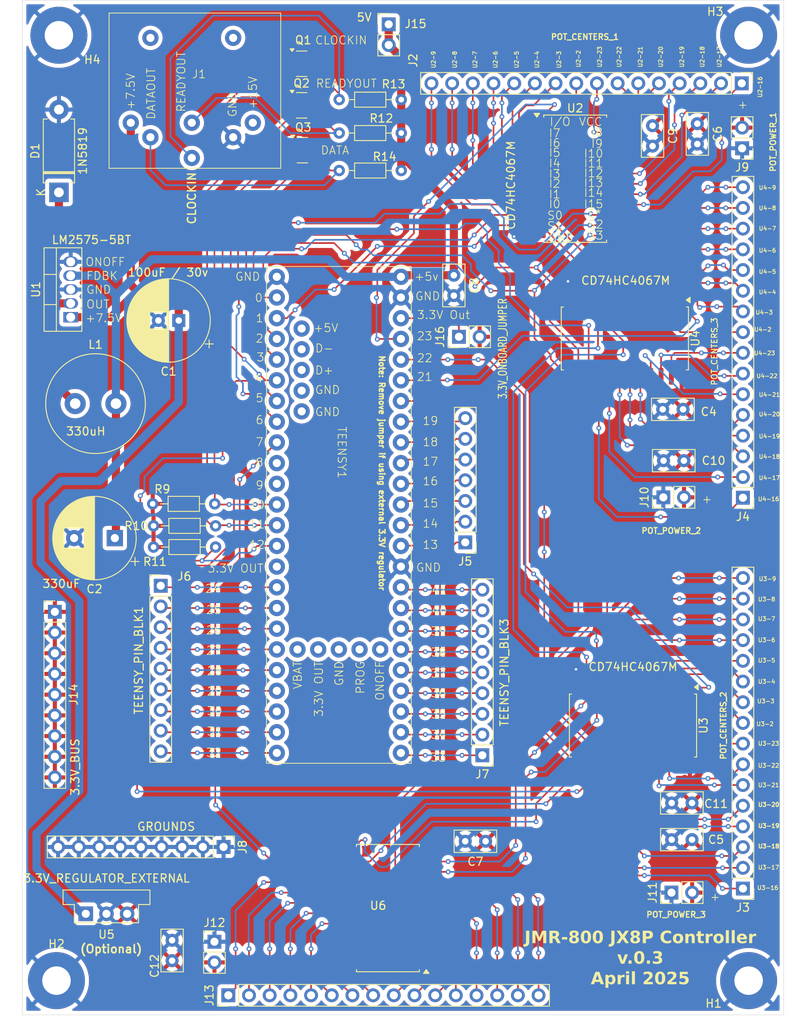
<source format=kicad_pcb>
(kicad_pcb (version 20241229) (generator "pcbnew") (generator_version "9.0")
  (title_block (title "JMR-800 JX8P Controller Board") (date "2025-03-15") (rev "0.2") (company "SoftObject Systems") (comment 2 "Roland JX8P Controller ") (comment 3 "Built around Teensy 4.1"))
  (layers (0 "F.Cu" signal) (2 "B.Cu" signal) (13 "F.Paste" user) (15 "B.Paste" user) (5 "F.SilkS" user "F.Silkscreen") (7 "B.SilkS" user "B.Silkscreen") (1 "F.Mask" user) (3 "B.Mask" user) (25 "Edge.Cuts" user))
  (net 0 "")
  (net 1 "GND")
  (net 2 "+7.5V")
  (net 3 "+5V")
  (net 4 "/3.3V")
  (net 5 "Net-(D1-K)")
  (net 6 "/DATAOUT")
  (net 7 "/READYOUT")
  (net 8 "/CLOCKIN")
  (net 9 "+15V")
  (net 10 "Net-(J2-Pin_7)")
  (net 11 "Net-(J2-Pin_6)")
  (net 12 "Net-(J2-Pin_15)")
  (net 13 "Net-(J2-Pin_13)")
  (net 14 "Net-(J2-Pin_2)")
  (net 15 "Net-(J2-Pin_4)")
  (net 16 "Net-(J2-Pin_16)")
  (net 17 "Net-(J2-Pin_9)")
  (net 18 "Net-(J2-Pin_14)")
  (net 19 "Net-(J2-Pin_5)")
  (net 20 "Net-(J2-Pin_10)")
  (net 21 "Net-(J2-Pin_3)")
  (net 22 "Net-(J2-Pin_1)")
  (net 23 "Net-(J2-Pin_8)")
  (net 24 "Net-(J2-Pin_11)")
  (net 25 "Net-(J2-Pin_12)")
  (net 26 "Net-(J3-Pin_12)")
  (net 27 "Net-(J3-Pin_14)")
  (net 28 "Net-(J3-Pin_16)")
  (net 29 "Net-(J3-Pin_13)")
  (net 30 "Net-(J3-Pin_8)")
  (net 31 "Net-(J3-Pin_1)")
  (net 32 "Net-(J3-Pin_10)")
  (net 33 "Net-(J3-Pin_4)")
  (net 34 "Net-(J3-Pin_9)")
  (net 35 "Net-(J3-Pin_2)")
  (net 36 "Net-(J3-Pin_15)")
  (net 37 "Net-(J3-Pin_3)")
  (net 38 "Net-(J3-Pin_11)")
  (net 39 "Net-(J3-Pin_7)")
  (net 40 "Net-(J3-Pin_5)")
  (net 41 "Net-(J3-Pin_6)")
  (net 42 "Net-(J4-Pin_4)")
  (net 43 "Net-(J4-Pin_13)")
  (net 44 "Net-(J4-Pin_7)")
  (net 45 "Net-(J4-Pin_8)")
  (net 46 "Net-(J4-Pin_14)")
  (net 47 "Net-(J4-Pin_12)")
  (net 48 "Net-(J4-Pin_6)")
  (net 49 "Net-(J4-Pin_9)")
  (net 50 "Net-(J4-Pin_16)")
  (net 51 "Net-(J4-Pin_1)")
  (net 52 "Net-(J4-Pin_2)")
  (net 53 "Net-(J4-Pin_15)")
  (net 54 "Net-(J4-Pin_3)")
  (net 55 "Net-(J4-Pin_10)")
  (net 56 "Net-(J4-Pin_5)")
  (net 57 "Net-(J4-Pin_11)")
  (net 58 "Net-(J5-Pin_1)")
  (net 59 "Net-(J5-Pin_7)")
  (net 60 "Net-(J5-Pin_3)")
  (net 61 "Net-(J5-Pin_5)")
  (net 62 "Net-(J6-Pin_5)")
  (net 63 "Net-(J6-Pin_2)")
  (net 64 "Net-(J6-Pin_1)")
  (net 65 "Net-(J6-Pin_8)")
  (net 66 "Net-(J6-Pin_7)")
  (net 67 "Net-(J6-Pin_6)")
  (net 68 "Net-(J6-Pin_4)")
  (net 69 "Net-(J6-Pin_9)")
  (net 70 "Net-(J6-Pin_3)")
  (net 71 "Net-(J7-Pin_9)")
  (net 72 "Net-(J7-Pin_3)")
  (net 73 "Net-(J7-Pin_7)")
  (net 74 "Net-(J7-Pin_2)")
  (net 75 "Net-(J7-Pin_8)")
  (net 76 "Net-(J7-Pin_1)")
  (net 77 "Net-(J7-Pin_5)")
  (net 78 "Net-(J7-Pin_4)")
  (net 79 "Net-(J7-Pin_6)")
  (net 80 "/CLOCKIN3.3V")
  (net 81 "/READYOUT3.3V")
  (net 82 "/DATAOUT3.3V")
  (net 84 "Net-(U3-COM)")
  (net 90 "Net-(J13-Pin_5)")
  (net 91 "Net-(U3-~{E})")
  (net 92 "Net-(U4-COM)")
  (net 93 "Net-(U2-~{E})")
  (net 96 "Net-(U4-~{E})")
  (net 99 "Net-(U2-COM)")
  (net 100 "Net-(J13-Pin_11)")
  (net 101 "Net-(J13-Pin_13)")
  (net 103 "Net-(J13-Pin_10)")
  (net 104 "Net-(J13-Pin_2)")
  (net 105 "Net-(J13-Pin_8)")
  (net 106 "Net-(J13-Pin_7)")
  (net 107 "Net-(J13-Pin_12)")
  (net 108 "Net-(J13-Pin_6)")
  (net 109 "Net-(J13-Pin_9)")
  (net 110 "Net-(J13-Pin_15)")
  (net 111 "Net-(J13-Pin_4)")
  (net 112 "Net-(J13-Pin_14)")
  (net 113 "Net-(J13-Pin_1)")
  (net 114 "Net-(J13-Pin_3)")
  (net 115 "Net-(J13-Pin_16)")
  (net 117 "Net-(J5-Pin_2)")
  (net 118 "Net-(J5-Pin_6)")
  (net 119 "Net-(U6-COM)")
  (net 120 "Net-(U6-~{E})")
  (net 122 "Net-(J5-Pin_4)")
  (net 123 "/S3")
  (net 124 "/S2")
  (net 125 "/S0")
  (net 126 "/S1")
  (net 127 "Net-(J16-Pin_1)")
  (footprint "Connector_PinHeader_2.54mm:PinHeader_1x09_P2.54mm_Vertical" (layer "F.Cu") (at 68.5 104.65 180)
    (property "Reference" "J7")
    (property "Value" "TEENSY_PIN_BLK3")
  )
  (footprint "Package_TO_SOT_SMD:SOT-23" (layer "F.Cu") (at 46.3 24.9)
    (property "Reference" "Q2")
    (property "Value" "BSS138")
  )
  (footprint "Connector_PinHeader_2.54mm:PinHeader_1x07_P2.54mm_Vertical" (layer "F.Cu") (at 66.4 78.525 180)
    (property "Reference" "J5")
    (property "Value" "TEENSY_PIN_BLK2")
  )
  (footprint "Connector_PinHeader_2.54mm:PinHeader_1x02_P2.54mm_Vertical" (layer "F.Cu") (at 57 14.96)
    (property "Reference" "J15")
    (property "Value" "5V")
  )
  (footprint "Capacitor_THT:C_Disc_D5.0mm_W2.5mm_P2.50mm" (layer "F.Cu") (at 94.9 27.15 -90)
    (property "Reference" "C6")
    (property "Value" "0.1uF")
  )
  (footprint "Resistor_THT:R_Axial_DIN0204_L3.6mm_D1.6mm_P7.62mm_Horizontal" (layer "F.Cu") (at 58.54 32.9 180)
    (property "Reference" "R14")
    (property "Value" "10k")
  )
  (footprint "Inductor_THT:L_Radial_D12.0mm_P5.00mm_Fastron_11P" (layer "F.Cu") (at 18.5 61.5)
    (property "Reference" "L1")
    (property "Value" "330uH")
  )
  (footprint "Capacitor_THT:C_Disc_D5.0mm_W2.5mm_P2.50mm" (layer "F.Cu") (at 68.9 115.2 180)
    (property "Reference" "C7")
    (property "Value" "0.1uF")
  )
  (footprint "Connector_PinHeader_2.54mm:PinHeader_1x16_P2.54mm_Vertical" (layer "F.Cu") (at 100.5 73.05 180)
    (property "Reference" "J4")
    (property "Value" "POT_CENTERS_3")
  )
  (footprint "Package_SO:SOIC-24W_7.5x15.4mm_P1.27mm" (layer "F.Cu") (at 56.9 123.4 180)
    (property "Reference" "U6")
    (property "Value" "CD74HC4067M")
  )
  (footprint "Connector_PinHeader_2.54mm:PinHeader_1x09_P2.54mm_Vertical" (layer "F.Cu") (at 16 87.05)
    (property "Reference" "J14")
    (property "Value" "3.3V_BUS")
  )
  (footprint "Connector_PinHeader_2.54mm:PinHeader_1x09_P2.54mm_Vertical" (layer "F.Cu") (at 36.72 115.9 -90)
    (property "Reference" "J8")
    (property "Value" "GROUNDS")
  )
  (footprint "Capacitor_THT:C_Disc_D5.0mm_W2.5mm_P2.50mm" (layer "F.Cu") (at 93.25 68.5 180)
    (property "Reference" "C10")
    (property "Value" "0.1uF")
  )
  (footprint "Connector_PinHeader_2.54mm:PinHeader_1x02_P2.54mm_Vertical" (layer "F.Cu") (at 100.4 30.175 180)
    (property "Reference" "J9")
    (property "Value" "POT_POWER_1")
  )
  (footprint "MountingHole:MountingHole_3.5mm_Pad" (layer "F.Cu") (at 16.2 132.3)
    (property "Reference" "H2")
    (property "Value" "MountingHole_Pad")
  )
  (footprint "Capacitor_THT:CP_Radial_D10.0mm_P5.00mm" (layer "F.Cu") (at 23.367677 78 180)
    (property "Reference" "C2")
    (property "Value" "330uF")
  )
  (footprint "Capacitor_THT:C_Disc_D5.0mm_W2.5mm_P2.50mm" (layer "F.Cu") (at 94.25 110.5 180)
    (property "Reference" "C11")
    (property "Value" "0.1uF")
  )
  (footprint "Capacitor_THT:C_Disc_D5.0mm_W2.5mm_P2.50mm" (layer "F.Cu") (at 90.65 62.2)
    (property "Reference" "C4")
    (property "Value" "0.1uF")
  )
  (footprint "MountingHole:MountingHole_3.5mm_Pad" (layer "F.Cu") (at 101.2 132.3)
    (property "Reference" "H1")
    (property "Value" "MountingHole_Pad")
  )
  (footprint "Connector_PinHeader_2.54mm:PinHeader_1x02_P2.54mm_Vertical" (layer "F.Cu") (at 90.725 73 90)
    (property "Reference" "J10")
    (property "Value" "POT_POWER_2")
  )
  (footprint "Resistor_THT:R_Axial_DIN0204_L3.6mm_D1.6mm_P7.62mm_Horizontal" (layer "F.Cu") (at 35.74 76.5 180)
    (property "Reference" "R10")
    (property "Value" "10k")
  )
  (footprint "Resistor_THT:R_Axial_DIN0204_L3.6mm_D1.6mm_P7.62mm_Horizontal" (layer "F.Cu") (at 58.54 28.3 180)
    (property "Reference" "R12")
    (property "Value" "10k")
  )
  (footprint "Capacitor_THT:C_Disc_D5.0mm_W2.5mm_P2.50mm" (layer "F.Cu") (at 91.75 115)
    (property "Reference" "C5")
    (property "Value" "0.1uF")
  )
  (footprint "Diode_THT:D_DO-15_P10.16mm_Horizontal" (layer "F.Cu") (at 16.5 35.58 90)
    (property "Reference" "D1")
    (property "Value" "1N5819")
  )
  (footprint "Connector_PinHeader_2.54mm:PinHeader_1x16_P2.54mm_Vertical" (layer "F.Cu") (at 100.35 22.2 -90)
    (property "Reference" "J2")
    (property "Value" "POT_CENTERS_1")
  )
  (footprint "Package_SO:SOIC-24W_7.5x15.4mm_P1.27mm" (layer "F.Cu") (at 79.9 33.9)
    (property "Reference" "U2")
    (property "Value" "CD74HC4067M")
  )
  (footprint "Capacitor_THT:C_Disc_D5.0mm_W2.5mm_P2.50mm" (layer "F.Cu") (at 89.4 27.4 -90)
    (property "Reference" "C9")
    (property "Value" "0.1uF")
  )
  (footprint "Connector_PinHeader_2.54mm:PinHeader_1x16_P2.54mm_Vertical" (layer "F.Cu") (at 37.305 134.1 90)
    (property "Reference" "J13")
    (property "Value" "POT_CENTERS_4")
  )
  (footprint "Converter_DCDC:Converter_DCDC_Murata_OKI-78SR_Vertical" (layer "F.Cu") (at 19.8 124.1)
    (property "Reference" "U5")
    (property "Value" "3.3V_REGULATOR_EXTERNAL")
  )
  (footprint "Package_TO_SOT_SMD:SOT-23" (layer "F.Cu") (at 46.3 19.8)
    (property "Reference" "Q1")
    (property "Value" "BSS138")
  )
  (footprint "Connector_PinHeader_2.54mm:PinHeader_1x09_P2.54mm_Vertical" (layer "F.Cu") (at 29 83.85)
    (property "Reference" "J6")
    (property "Value" "TEENSY_PIN_BLK1")
  )
  (footprint "Capacitor_THT:CP_Radial_D10.0mm_P2.50mm" (layer "F.Cu") (at 31.217677 51.3 180)
    (property "Reference" "C1")
    (property "Value" "100uF / 30v")
  )
  (footprint "Capacitor_THT:C_Disc_D5.0mm_W2.5mm_P2.50mm" (layer "F.Cu") (at 30.4 129.85 90)
    (property "Reference" "C12")
    (property "Value" "0.1uF")
  )
  (footprint "Capacitor_THT:C_Disc_D5.0mm_W2.5mm_P2.50mm" (layer "F.Cu") (at 65 45.75 -90)
    (property "Reference" "C8")
    (property "Value" "0.1uF")
  )
  (footprint "MountingHole:MountingHole_3.5mm_Pad" (layer "F.Cu") (at 101.2 16.3)
    (property "Reference" "H3")
    (property "Value" "MountingHole_Pad")
  )
  (footprint "Package_SO:SOIC-24W_7.5x15.4mm_P1.27mm" (layer "F.Cu") (at 86 53.5 -90)
    (property "Reference" "U4")
    (property "Value" "CD74HC4067M")
  )
  (footprint "Resistor_THT:R_Axial_DIN0204_L3.6mm_D1.6mm_P7.62mm_Horizontal" (layer "F.Cu") (at 35.64 73.8 180)
    (property "Reference" "R9")
    (property "Value" "10k")
  )
  (footprint "Connector_PinHeader_2.54mm:PinHeader_1x16_P2.54mm_Vertical" (layer "F.Cu") (at 100.5 121 180)
    (property "Reference" "J3")
    (property "Value" "POT_CENTERS_2")
  )
  (footprint "JoesStuff:DIN-6" (layer "F.Cu") (at 22.659 32.625)
    (property "Reference" "J1")
    (property "Value" "DIN-6")
  )
  (footprint "Connector_PinHeader_2.54mm:PinHeader_1x02_P2.54mm_Vertical" (layer "F.Cu") (at 35.6 127.525)
    (property "Reference" "J12")
    (property "Value" "POT_POWER_4")
  )
  (footprint "Package_TO_SOT_SMD:SOT-23" (layer "F.Cu") (at 46.4 30.4)
    (property "Reference" "Q3")
    (property "Value" "BSS138")
  )
  (footprint "Connector_PinHeader_2.54mm:PinHeader_1x02_P2.54mm_Vertical" (layer "F.Cu") (at 91.725 121.5 90)
    (property "Reference" "J11")
    (property "Value" "POT_POWER_3")
  )
  (footprint "Resistor_THT:R_Axial_DIN0204_L3.6mm_D1.6mm_P7.62mm_Horizontal" (layer "F.Cu") (at 35.74 79.1 180)
    (property "Reference" "R11")
    (property "Value" "10k")
  )
  (footprint "Connector_PinHeader_2.54mm:PinHeader_1x02_P2.54mm_Vertical" (layer "F.Cu") (at 65.625 53.3 90)
    (property "Reference" "J16")
    (property "Value" "3.3V_ONBOARD_JUMPER")
  )
  (footprint "MountingHole:MountingHole_3.5mm_Pad" (layer "F.Cu") (at 16.5 16.3)
    (property "Reference" "H4")
    (property "Value" "MountingHole_Pad")
  )
  (footprint "Package_TO_SOT_THT:TO-220-5_Vertical" (layer "F.Cu") (at 17.945 50.9 90)
    (property "Reference" "U1")
    (property "Value" "LM2575-5BT")
  )
  (footprint "Package_SO:SOIC-24W_7.5x15.4mm_P1.27mm" (layer "F.Cu") (at 87 101 -90)
    (property "Reference" "U3")
    (property "Value" "CD74HC4067M")
  )
  (footprint "JoesStuff:Teensy4.1" (layer "F.Cu") (at 41.99 44.67 -90)
    (property "Reference" "TEENSY1")
    (property "Value" "4.1")
  )
  (footprint "Resistor_THT:R_Axial_DIN0204_L3.6mm_D1.6mm_P7.62mm_Horizontal" (layer "F.Cu") (at 58.54 24.2 180)
    (property "Reference" "R13")
    (property "Value" "10k")
  )
  (gr_rect (start 12 12) (end 105.5 136.5) (stroke (width 0.05)) (fill no) (layer "Edge.Cuts"))
  (gr_text "I5" (at 76.6 31.3 0) (layer "F.SilkS") (effects (font (size 1 1) (thickness 0.1)) (justify left bottom)))
  (gr_text "U2-2" (at 80.6 20.3 90) (layer "F.SilkS") (effects (font (size 0.5 0.5) (thickness 0.1)) (justify left bottom)))
  (gr_text "GND" (at 60.3 82.2 0) (layer "F.SilkS") (effects (font (size 1 1) (thickness 0.1)) (justify left bottom)))
  (gr_text "U4-5" (at 102.4 45.6 0) (layer "F.SilkS") (effects (font (size 0.5 0.5) (thickness 0.1)) (justify left bottom)))
  (gr_text "13" (at 61.1 79.4 0) (layer "F.SilkS") (effects (font (size 1 1) (thickness 0.1)) (justify left bottom)))
  (gr_text "U2-18" (at 95.8 20.3 90) (layer "F.SilkS") (effects (font (size 0.5 0.5) (thickness 0.1)) (justify left bottom)))
  (gr_text "U4-8" (at 102.4 37.8 0) (layer "F.SilkS") (effects (font (size 0.5 0.5) (thickness 0.1)) (justify left bottom)))
  (gr_text "ONOFF" (at 56.5 98 90) (layer "F.SilkS") (effects (font (size 1 1) (thickness 0.1)) (justify left bottom)))
  (gr_text "27" (at 34.5 92.4 0) (layer "F.SilkS") (effects (font (size 1 1) (thickness 0.1)) (justify left bottom)))
  (gr_text "U4-16" (at 102.3 73.5 0) (layer "F.SilkS") (effects (font (size 0.5 0.5) (thickness 0.1)) (justify left bottom)))
  (gr_text "U3-17" (at 102.3 118.7 0) (layer "F.SilkS") (effects (font (size 0.5 0.5) (thickness 0.1)) (justify left bottom)))
  (gr_text "GND" (at 60.2 48.9 0) (layer "F.SilkS") (effects (font (size 1 1) (thickness 0.1)) (justify left bottom)))
  (gr_text "U2-17" (at 97.9 20.3 90) (layer "F.SilkS") (effects (font (size 0.5 0.5) (thickness 0.1)) (justify left bottom)))
  (gr_text "CLOCKIN" (at 33.4 39.6 90) (layer "F.SilkS") (effects (font (size 1 1) (thickness 0.175) (bold yes)) (justify left bottom)))
  (gr_text "17" (at 61.1 69.2 0) (layer "F.SilkS") (effects (font (size 1 1) (thickness 0.1)) (justify left bottom)))
  (gr_text "U3-22" (at 102.3 106.2 0) (layer "F.SilkS") (effects (font (size 0.5 0.5) (thickness 0.1)) (justify left bottom)))
  (gr_text "22" (at 60.4 56.5 0) (layer "F.SilkS") (effects (font (size 1 1) (thickness 0.1)) (justify left bottom)))
  (gr_text "32" (at 34.5 104.9 0) (layer "F.SilkS") (effects (font (size 1 1) (thickness 0.1)) (justify left bottom)))
  (gr_text "4" (at 40.5 59 0) (layer "F.SilkS") (effects (font (size 1 1) (thickness 0.1)) (justify left bottom)))
  (gr_text "I4" (at 76.6 32.6 0) (layer "F.SilkS") (effects (font (size 1 1) (thickness 0.1)) (justify left bottom)))
  (gr_text "U3-3" (at 102.2 98.3 0) (layer "F.SilkS") (effects (font (size 0.5 0.5) (thickness 0.1)) (justify left bottom)))
  (gr_text "0" (at 40.5 49.1 0) (layer "F.SilkS") (effects (font (size 1 1) (thickness 0.1)) (justify left bottom)))
  (gr_text "40" (at 62.2 87.5 0) (layer "F.SilkS") (effects (font (size 1 1) (thickness 0.1)) (justify left bottom)))
  (gr_text "U2-19" (at 93.3 20.3 90) (layer "F.SilkS") (effects (font (size 0.5 0.5) (thickness 0.1)) (justify left bottom)))
  (gr_text "11" (at 39.8 76.9 0) (layer "F.SilkS") (effects (font (size 1 1) (thickness 0.1)) (justify left bottom)))
  (gr_text "U4-6" (at 102.4 43 0) (layer "F.SilkS") (effects (font (size 0.5 0.5) (thickness 0.1)) (justify left bottom)))
  (gr_text "7" (at 40.6 66.8 0) (layer "F.SilkS") (effects (font (size 1 1) (thickness 0.1)) (justify left bottom)))
  (gr_text "U4-21" (at 102.4 60.7 0) (layer "F.SilkS") (effects (font (size 0.5 0.5) (thickness 0.1)) (justify left bottom)))
  (gr_text "U2-4" (at 75.5 20.4 90) (layer "F.SilkS") (effects (font (size 0.5 0.5) (thickness 0.1)) (justify left bottom)))
  (gr_text "E*" (at 81.4 38.8 0) (layer "F.SilkS") (effects (font (size 1 1) (thickness 0.1)) (justify left bottom)))
  (gr_text "+5v" (at 60.1 46.5 0) (layer "F.SilkS") (effects (font (size 1 1) (thickness 0.1)) (justify left bottom)))
  (gr_text "U2-5" (at 73 20.4 90) (layer "F.SilkS") (effects (font (size 0.5 0.5) (thickness 0.1)) (justify left bottom)))
  (gr_text "U4-18" (at 102.4 68.3 0) (layer "F.SilkS") (effects (font (size 0.5 0.5) (thickness 0.1)) (justify left bottom)))
  (gr_text "12" (at 39.8 79.4 0) (layer "F.SilkS") (effects (font (size 1 1) (thickness 0.1)) (justify left bottom)))
  (gr_text "U2-9" (at 62.8 20.4 90) (layer "F.SilkS") (effects (font (size 0.5 0.5) (thickness 0.1)) (justify left bottom)))
  (gr_text "U2-16" (at 102.9 24 90) (layer "F.SilkS") (effects (font (size 0.5 0.5) (thickness 0.1)) (justify left bottom)))
  (gr_text "U3-6" (at 102.3 90.8 0) (layer "F.SilkS") (effects (font (size 0.5 0.5) (thickness 0.1)) (justify left bottom)))
  (gr_text "CLOCKIN" (at 47.9 17.5 0) (layer "F.SilkS") (effects (font (size 1 1) (thickness 0.1)) (justify left bottom)))
  (gr_text "+7.5V" (at 19.7 51.6 0) (layer "F.SilkS") (effects (font (size 1 1) (thickness 0.1)) (justify left bottom)))
  (gr_text "U4-3" (at 102 50.6 0) (layer "F.SilkS") (effects (font (size 0.5 0.5) (thickness 0.1)) (justify left bottom)))
  (gr_text "ONOFF" (at 19.7 44.7 0) (layer "F.SilkS") (effects (font (size 1 1) (thickness 0.1)) (justify left bottom)))
  (gr_text "READYOUT" (at 48 22.8 0) (layer "F.SilkS") (effects (font (size 1 1) (thickness 0.1)) (justify left bottom)))
  (gr_text "U4-7" (at 102.4 40.3 0) (layer "F.SilkS") (effects (font (size 0.5 0.5) (thickness 0.1)) (justify left bottom)))
  (gr_text "U2-21" (at 88.2 20.3 90) (layer "F.SilkS") (effects (font (size 0.5 0.5) (thickness 0.1)) (justify left bottom)))
  (gr_text "U3-7" (at 102.3 88.2 0) (layer "F.SilkS") (effects (font (size 0.5 0.5) (thickness 0.1)) (justify left bottom)))
  (gr_text "U4-9" (at 102.4 35.3 0) (layer "F.SilkS") (effects (font (size 0.5 0.5) (thickness 0.1)) (justify left bottom)))
  (gr_text "U2-8" (at 65.4 20.4 90) (layer "F.SilkS") (effects (font (size 0.5 0.5) (thickness 0.1)) (justify left bottom)))
  (gr_text "5" (at 40.6 61.4 0) (layer "F.SilkS") (effects (font (size 1 1) (thickness 0.1)) (justify left bottom)))
  (gr_text "VBAT" (at 46.4 96.6 90) (layer "F.SilkS") (effects (font (size 1 1) (thickness 0.1)) (justify left bottom)))
  (gr_text "U4-22" (at 102.1 58.4 0) (layer "F.SilkS") (effects (font (size 0.5 0.5) (thickness 0.1)) (justify left bottom)))
  (gr_text "U4-23" (at 101.8 55.6 0) (layer "F.SilkS") (effects (font (size 0.5 0.5) (thickness 0.1)) (justify left bottom)))
  (gr_text "I0" (at 76.6 37.6 0) (layer "F.SilkS") (effects (font (size 1 1) (thickness 0.1)) (justify left bottom)))
  (gr_text "3" (at 40.7 56.4 0) (layer "F.SilkS") (effects (font (size 1 1) (thickness 0.1)) (justify left bottom)))
  (gr_text "6" (at 40.6 64.1 0) (layer "F.SilkS") (effects (font (size 1 1) (thickness 0.1)) (justify left bottom)))
  (gr_text "31" (at 34.6 102.3 0) (layer "F.SilkS") (effects (font (size 1 1) (thickness 0.1)) (justify left bottom)))
  (gr_text "14" (at 61.1 76.8 0) (layer "F.SilkS") (effects (font (size 1 1) (thickness 0.1)) (justify left bottom)))
  (gr_text "D-" (at 47.9 55.3 0) (layer "F.SilkS") (effects (font (size 1 1) (thickness 0.1)) (justify left bottom)))
  (gr_text "Note: Remove jumper if using external 3.3V regulator" (at 55.75 55.5 270) (layer "F.SilkS") (effects (font (size 0.7 0.7) (thickness 0.175) (bold yes)) (justify left bottom)))
  (gr_text "GND" (at 47.9 63.1 0) (layer "F.SilkS") (effects (font (size 1 1) (thickness 0.1)) (justify left bottom)))
  (gr_text "3.3V OUT" (at 49 100 90) (layer "F.SilkS") (effects (font (size 1 1) (thickness 0.1)) (justify left bottom)))
  (gr_text "I15" (at 80.9 37.6 0) (layer "F.SilkS") (effects (font (size 1 1) (thickness 0.1)) (justify left bottom)))
  (gr_text "I/O" (at 76.7 27.5 0) (layer "F.SilkS") (effects (font (size 1 1) (thickness 0.1)) (justify left bottom)))
  (gr_text "U4-2" (at 101.83 52.7 0) (layer "F.SilkS") (effects (font (size 0.5 0.5) (thickness 0.1)) (justify left bottom)))
  (gr_text "U3-4" (at 102.3 95.9 0) (layer "F.SilkS") (effects (font (size 0.5 0.5) (thickness 0.1)) (justify left bottom)))
  (gr_text "U4-17" (at 102.4 70.9 0) (layer "F.SilkS") (effects (font (size 0.5 0.5) (thickness 0.1)) (justify left bottom)))
  (gr_text "8" (at 40.6 69.3 0) (layer "F.SilkS") (effects (font (size 1 1) (thickness 0.1)) (justify left bottom)))
  (gr_text "30" (at 34.6 99.8 0) (layer "F.SilkS") (effects (font (size 1 1) (thickness 0.1)) (justify left bottom)))
  (gr_text "U4-19" (at 102.4 65.8 0) (layer "F.SilkS") (effects (font (size 0.5 0.5) (thickness 0.1)) (justify left bottom)))
  (gr_text "GND" (at 51.5 96.2 90) (layer "F.SilkS") (effects (font (size 1 1) (thickness 0.1)) (justify left bottom)))
  (gr_text "I6" (at 76.6 30.1 0) (layer "F.SilkS") (effects (font (size 1 1) (thickness 0.1)) (justify left bottom)))
  (gr_text "I13" (at 80.9 35 0) (layer "F.SilkS") (effects (font (size 1 1) (thickness 0.1)) (justify left bottom)))
  (gr_text "35" (at 62.1 100.2 0) (layer "F.SilkS") (effects (font (size 1 1) (thickness 0.1)) (justify left bottom)))
  (gr_text "GND" (at 19.8 48.1 0) (layer "F.SilkS") (effects (font (size 1 1) (thickness 0.1)) (justify left bottom)))
  (gr_text "D+" (at 47.9 58 0) (layer "F.SilkS") (effects (font (size 1 1) (thickness 0.1)) (justify left bottom)))
  (gr_text "+" (at 96.4 122.6 0) (layer "F.SilkS") (effects (font (size 1 1) (thickness 0.1)) (justify left bottom)))
  (gr_text "18" (at 61.1 66.8 0) (layer "F.SilkS") (effects (font (size 1 1) (thickness 0.1)) (justify left bottom)))
  (gr_text "29" (at 34.6 97.4 0) (layer "F.SilkS") (effects (font (size 1 1) (thickness 0.1)) (justify left bottom)))
  (gr_text "24" (at 34.4 84.8 0) (layer "F.SilkS") (effects (font (size 1 1) (thickness 0.1)) (justify left bottom)))
  (gr_text "U4-20" (at 102.4 63.1 0) (layer "F.SilkS") (effects (font (size 0.5 0.5) (thickness 0.1)) (justify left bottom)))
  (gr_text "U3-16" (at 102.2 121.2 0) (layer "F.SilkS") (effects (font (size 0.5 0.5) (thickness 0.1)) (justify left bottom)))
  (gr_text "33" (at 62.1 105.5 0) (layer "F.SilkS") (effects (font (size 1 1) (thickness 0.1)) (justify left bottom)))
  (gr_text "U2-3" (at 78.2 20.4 90) (layer "F.SilkS") (effects (font (size 0.5 0.5) (thickness 0.1)) (justify left bottom)))
  (gr_text "S3" (at 81.4 41.445 0) (layer "F.SilkS") (effects (font (size 1 1) (thickness 0.1)) (justify left bottom)))
  (gr_text "U2-6" (at 70.4 20.4 90) (layer "F.SilkS") (effects (font (size 0.5 0.5) (thickness 0.1)) (justify left bottom)))
  (gr_text "I1" (at 76.6 36.4 0) (layer "F.SilkS") (effects (font (size 1 1) (thickness 0.1)) (justify left bottom)))
  (gr_text "10" (at 39.8 74.5 0) (layer "F.SilkS") (effects (font (size 1 1) (thickness 0.1)) (justify left bottom)))
  (gr_text "2" (at 40.6 54.1 0) (layer "F.SilkS") (effects (font (size 1 1) (thickness 0.1)) (justify left bottom)))
  (gr_text "VCC" (at 80.3 27.5 0) (layer "F.SilkS") (effects (font (size 1 1) (thickness 0.1)) (justify left bottom)))
  (gr_text "PROG" (at 54.1 97.2 90) (layer "F.SilkS") (effects (font (size 1 1) (thickness 0.1)) (justify left bottom)))
  (gr_text "26" (at 34.5 89.9 0) (layer "F.SilkS") (effects (font (size 1 1) (thickness 0.1)) (justify left bottom)))
  (gr_text "I8" (at 81.8 28.8 0) (layer "F.SilkS") (effects (font (size 1 1) (thickness 0.1)) (justify left bottom)))
  (gr_text "GND" (at 38.1 46.5 0) (layer "F.SilkS") (effects (font (size 1 1) (thickness 0.1)) (justify left bottom)))
  (gr_text "U3-23" (at 102.3 103.5 0) (layer "F.SilkS") (effects (font (size 0.5 0.5) (thickness 0.1)) (justify left bottom)))
  (gr_text "U2-20" (at 90.7 20.3 90) (layer "F.SilkS") (effects (font (size 0.5 0.5) (thickness 0.1)) (justify left bottom)))
  (gr_text "I7" (at 76.6 28.9 0) (layer "F.SilkS") (effects (font (size 1 1) (thickness 0.1)) (justify left bottom)))
  (gr_text "U2-23" (at 83.2 20.3 90) (layer "F.SilkS") (effects (font (size 0.5 0.5) (thickness 0.1)) (justify left bottom)))
  (gr_text "GND" (at 76.6 41.71 0) (layer "F.SilkS") (effects (font (size 1 1) (thickness 0.1)) (justify left bottom)))
  (gr_text "I12" (at 80.9 33.8 0) (layer "F.SilkS") (effects (font (size 1 1) (thickness 0.1)) (justify left bottom)))
  (gr_text "19" (at 61.1 64.2 0) (layer "F.SilkS") (effects (font (size 1 1) (thickness 0.1)) (justify left bottom)))
  (gr_text "U3-9" (at 102.4 83.3 0) (layer "F.SilkS") (effects (font (size 0.5 0.5) (thickness 0.1)) (justify left bottom)))
  (gr_text "I11" (at 80.9 32.6 0) (layer "F.SilkS") (effects (font (size 1 1) (thickness 0.1)) (justify left bottom)))
  (gr_text "+5V" (at 47.7 52.8 0) (layer "F.SilkS") (effects (font (size 1 1) (thickness 0.1)) (justify left bottom)))
  (gr_text "U3-18" (at 102.3 116.1 0) (layer "F.SilkS") (effects (font (size 0.5 0.5) (thickness 0.125) (bold yes)) (justify left bottom)))
  (gr_text "3.3V OUT" (at 34.7 82.3 0) (layer "F.SilkS") (effects (font (size 1 1) (thickness 0.1)) (justify left bottom)))
  (gr_text "23" (at 60.4 53.8 0) (layer "F.SilkS") (effects (font (size 1 1) (thickness 0.1)) (justify left bottom)))
  (gr_text "I2" (at 76.6 35.1 0) (layer "F.SilkS") (effects (font (size 1 1) (thickness 0.1)) (justify left bottom)))
  (gr_text "38" (at 62.1 92.6 0) (layer "F.SilkS") (effects (font (size 1 1) (thickness 0.1)) (justify left bottom)))
  (gr_text "34" (at 62.1 102.7 0) (layer "F.SilkS") (effects (font (size 1 1) (thickness 0.1)) (justify left bottom)))
  (gr_text "+" (at 99.8 25.4 0) (layer "F.SilkS") (effects (font (size 1 1) (thickness 0.1)) (justify left bottom)))
  (gr_text "9" (at 40.6 72.1 0) (layer "F.SilkS") (effects (font (size 1 1) (thickness 0.1)) (justify left bottom)))
  (gr_text "U2-22" (at 85.6 20.3 90) (layer "F.SilkS") (effects (font (size 0.5 0.5) (thickness 0.1)) (justify left bottom)))
  (gr_text "25" (at 34.5 87.4 0) (layer "F.SilkS") (effects (font (size 1 1) (thickness 0.1)) (justify left bottom)))
  (gr_text "36" (at 62.1 97.6 0) (layer "F.SilkS") (effects (font (size 1 1) (thickness 0.1)) (justify left bottom)))
  (gr_text "U3-19" (at 102.3 113.6 0) (layer "F.SilkS") (effects (font (size 0.5 0.5) (thickness 0.125) (bold yes)) (justify left bottom)))
  (gr_text "28" (at 34.6 94.9 0) (layer "F.SilkS") (effects (font (size 1 1) (thickness 0.1)) (justify left bottom)))
  (gr_text "41" (at 62.2 85 0) (layer "F.SilkS") (effects (font (size 1 1) (thickness 0.1)) (justify left bottom)))
  (gr_text "I10" (at 80.9 31.4 0) (layer "F.SilkS") (effects (font (size 1 1) (thickness 0.1)) (justify left bottom)))
  (gr_text "DATA" (at 48.6 31 0) (layer "F.SilkS") (effects (font (size 1 1) (thickness 0.1)) (justify left bottom)))
  (gr_text "U3-20" (at 102.3 111 0) (layer "F.SilkS") (effects (font (size 0.5 0.5) (thickness 0.125) (bold yes)) (justify left bottom)))
  (gr_text "I9" (at 81.8 30.2 0) (layer "F.SilkS") (effects (font (size 1 1) (thickness 0.1)) (justify left bottom)))
  (gr_text "3.3V Out" (at 60.4 51.2 0) (layer "F.SilkS") (effects (font (size 1 1) (thickness 0.1)) (justify left bottom)))
  (gr_text "U3-21" (at 102.3 108.6 0) (layer "F.SilkS") (effects (font (size 0.5 0.5) (thickness 0.1)) (justify left bottom)))
  (gr_text "S1" (at 76.4 40.3 0) (layer "F.SilkS") (effects (font (size 1 1) (thickness 0.1)) (justify left bottom)))
  (gr_text "U2-7" (at 67.9 20.4 90) (layer "F.SilkS") (effects (font (size 0.5 0.5) (thickness 0.1)) (justify left bottom)))
  (gr_text "DATAOUT" (at 28.4 26.7 90) (layer "F.SilkS") (effects (font (size 1 1) (thickness 0.1)) (justify left bottom)))
  (gr_text "S2" (at 81.4 40.1 0) (layer "F.SilkS") (effects (font (size 1 1) (thickness 0.1)) (justify left bottom)))
  (gr_text "21" (at 60.4 58.8 0) (layer "F.SilkS") (effects (font (size 1 1) (thickness 0.1)) (justify left bottom)))
  (gr_text "OUT" (at 19.8 49.9 0) (layer "F.SilkS") (effects (font (size 1 1) (thickness 0.1)) (justify left bottom)))
  (gr_text "+7.5V" (at 25.9 25.5 90) (layer "F.SilkS") (effects (font (size 1 1) (thickness 0.1)) (justify left bottom)))
  (gr_text "(Optional)" (at 19 129 0) (layer "F.SilkS") (effects (font (size 1 1) (thickness 0.2) (bold yes)) (justify left bottom)))
  (gr_text "U3-5" (at 102.3 93.3 0) (layer "F.SilkS") (effects (font (size 0.5 0.5) (thickness 0.1)) (justify left bottom)))
  (gr_text "+" (at 95.4 73.8 0) (layer "F.SilkS") (effects (font (size 1 1) (thickness 0.1)) (justify left bottom)))
  (gr_text "GND" (at 47.9 60.4 0) (layer "F.SilkS") (effects (font (size 1 1) (thickness 0.1)) (justify left bottom)))
  (gr_text "U3-8" (at 102.3 85.8 0) (layer "F.SilkS") (effects (font (size 0.5 0.5) (thickness 0.1)) (justify left bottom)))
  (gr_text "JMR-800 JX8P Controller\nv.0.3\nApril 2025" (at 87.9 133 0) (layer "F.SilkS") (effects (font (size 1.5 1.5) (thickness 0.3) (bold yes)) (justify bottom)))
  (gr_text "1" (at 40.6 51.6 0) (layer "F.SilkS") (effects (font (size 1 1) (thickness 0.1)) (justify left bottom)))
  (gr_text "39" (at 62.1 90 0) (layer "F.SilkS") (effects (font (size 1 1) (thickness 0.1)) (justify left bottom)))
  (gr_text "READYOUT" (at 32.1 25.8 90) (layer "F.SilkS") (effects (font (size 1 1) (thickness 0.1)) (justify left bottom)))
  (gr_text "16" (at 61.1 71.6 0) (layer "F.SilkS") (effects (font (size 1 1) (thickness 0.1)) (justify left bottom)))
  (gr_text "I14" (at 80.9 36.2 0) (layer "F.SilkS") (effects (font (size 1 1) (thickness 0.1)) (justify left bottom)))
  (gr_text "FDBK" (at 19.8 46.4 0) (layer "F.SilkS") (effects (font (size 1 1) (thickness 0.1)) (justify left bottom)))
  (gr_text "I3" (at 76.6 33.9 0) (layer "F.SilkS") (effects (font (size 1 1) (thickness 0.1)) (justify left bottom)))
  (gr_text "U3-2" (at 102.1 101.1 0) (layer "F.SilkS") (effects (font (size 0.5 0.5) (thickness 0.1)) (justify left bottom)))
  (gr_text "S0" (at 76.4 39 0) (layer "F.SilkS") (effects (font (size 1 1) (thickness 0.1)) (justify left bottom)))
  (gr_text "U4-4" (at 102.4 48.1 0) (layer "F.SilkS") (effects (font (size 0.5 0.5) (thickness 0.1)) (justify left bottom)))
  (gr_text "+15V" (at 40.9 25.4 90) (layer "F.SilkS") (effects (font (size 1 1) (thickness 0.1)) (justify left bottom)))
  (gr_text "GND" (at 38.4 26.4 90) (layer "F.SilkS") (effects (font (size 1 1) (thickness 0.1)) (justify left bottom)))
  (gr_text "37" (at 62.1 95.2 0) (layer "F.SilkS") (effects (font (size 1 1) (thickness 0.1)) (justify left bottom)))
  (gr_text "15" (at 61.1 74.3 0) (layer "F.SilkS") (effects (font (size 1 1) (thickness 0.1)) (justify left bottom)))
  (segment (start 72.515 40.885) (end 72.4 41) (width 0.2) (layer "F.Cu") (net 1))
  (segment (start 79.015 46.5) (end 79.015 48.85) (width 0.2) (layer "F.Cu") (net 1))
  (segment (start 80.015 94.515) (end 80.015 96.35) (width 0.2) (layer "F.Cu") (net 1))
  (segment (start 65.185 116.415) (end 66.4 115.2) (width 0.2) (layer "F.Cu") (net 1))
  (segment (start 80 94.1) (end 80 94.5) (width 0.2) (layer "F.Cu") (net 1))
  (segment (start 61.55 116.415) (end 65.185 116.415) (width 0.2) (layer "F.Cu") (net 1))
  (segment (start 75.25 40.885) (end 72.515 40.885) (width 0.2) (layer "F.Cu") (net 1))
  (segment (start 80 94.5) (end 80.015 94.515) (width 0.2) (layer "F.Cu") (net 1))
  (via (at 72.4 41) (size 0.6) (drill 0.3) (layers "F.Cu" "B.Cu") (net 1))
  (via (at 80 94.1) (size 0.6) (drill 0.3) (layers "F.Cu" "B.Cu") (net 1))
  (via (at 79.015 46.5) (size 0.6) (drill 0.3) (layers "F.Cu" "B.Cu") (net 1))
  (segment (start 20 22) (end 20.1375 21.8625) (width 0.2) (layer "B.Cu") (net 1))
  (segment (start 31.217677 47.7) (end 31.217677 51.3) (width 1) (layer "F.Cu") (net 2))
  (segment (start 26.1 47.7) (end 31.217677 47.7) (width 1) (layer "F.Cu") (net 2))
  (segment (start 17.945 50.9) (end 22.9 50.9) (width 1) (layer "F.Cu") (net 2))
  (segment (start 22.9 50.9) (end 26.1 47.7) (width 1) (layer "F.Cu") (net 2))
  (segment (start 25.326 46.926) (end 26.1 47.7) (width 1) (layer "F.Cu") (net 2))
  (segment (start 25.326 27.037) (end 25.326 46.926) (width 1) (layer "F.Cu") (net 2))
  (segment (start 19 85.75) (end 19 109) (width 1) (layer "B.Cu") (net 2))
  (segment (start 21.5 71) (end 16.75 71) (width 1) (layer "B.Cu") (net 2))
  (segment (start 19.35 124.1) (end 19.8 124.1) (width 1) (layer "B.Cu") (net 2))
  (segment (start 31.217677 61.282323) (end 21.5 71) (width 1) (layer "B.Cu") (net 2))
  (segment (start 14.25 81) (end 19 85.75) (width 1) (layer "B.Cu") (net 2))
  (segment (start 14.25 73.5) (end 16.75 71) (width 1) (layer "B.Cu") (net 2))
  (segment (start 19 109) (end 13.75 114.25) (width 1) (layer "B.Cu") (net 2))
  (segment (start 13.75 114.25) (end 13.75 118.5) (width 1) (layer "B.Cu") (net 2))
  (segment (start 14.25 81) (end 14.25 73.5) (width 1) (layer "B.Cu") (net 2))
  (segment (start 13.75 118.5) (end 19.35 124.1) (width 1) (layer "B.Cu") (net 2))
  (segment (start 31.217677 51.3) (end 31.217677 61.282323) (width 1) (layer "B.Cu") (net 2))
  (segment (start 58.54 24.2) (end 58.54 19.04) (width 1) (layer "F.Cu") (net 3))
  (segment (start 57 17.5) (end 57 14.96) (width 1) (layer "F.Cu") (net 3))
  (segment (start 65 45.75) (end 58.69 45.75) (width 1) (layer "F.Cu") (net 3))
  (segment (start 65 37.5) (end 58.54 31.04) (width 1) (layer "F.Cu") (net 3))
  (segment (start 58.54 30) (end 58.54 32.9) (width 1) (layer "F.Cu") (net 3))
  (segment (start 58.54 31.04) (end 58.54 30) (width 1) (layer "F.Cu") (net 3))
  (segment (start 23.5 77.867677) (end 23.367677 78) (width 1) (layer "F.Cu") (net 3))
  (segment (start 58.69 45.75) (end 58.5 45.94) (width 0.2) (layer "F.Cu") (net 3))
  (segment (start 23.5 61.5) (end 23.5 77.867677) (width 1) (layer "F.Cu") (net 3))
  (segment (start 58.54 24.2) (end 58.54 30) (width 1) (layer "F.Cu") (net 3))
  (segment (start 58.54 19.04) (end 57 17.5) (width 1) (layer "F.Cu") (net 3))
  (segment (start 65 45.75) (end 65 37.5) (width 1) (layer "F.Cu") (net 3))
  (segment (start 21.1 45.8) (end 23.5 48.2) (width 1) (layer "B.Cu") (net 3))
  (segment (start 49.6 43.8) (end 27.9 43.8) (width 1) (layer "B.Cu") (net 3))
  (segment (start 17.945 45.8) (end 21.1 45.8) (width 1) (layer "B.Cu") (net 3))
  (segment (start 51.74 45.94) (end 49.6 43.8) (width 1) (layer "B.Cu") (net 3))
  (segment (start 23.5 48.2) (end 23.5 61.5) (width 1) (layer "B.Cu") (net 3))
  (segment (start 58.5 45.94) (end 51.74 45.94) (width 1) (layer "B.Cu") (net 3))
  (segment (start 27.9 43.8) (end 23.5 48.2) (width 1) (layer "B.Cu") (net 3))
  (segment (start 18.5 61.5) (end 14.4 57.4) (width 1) (layer "F.Cu") (net 5))
  (segment (start 14.4 47.9) (end 15.7 49.2) (width 1) (layer "F.Cu") (net 5))
  (segment (start 16.5 38.5) (end 14.4 40.6) (width 1) (layer "F.Cu") (net 5))
  (segment (start 14.4 40.6) (end 14.4 47.9) (width 1) (layer "F.Cu") (net 5))
  (segment (start 15.7 49.2) (end 17.945 49.2) (width 1) (layer "F.Cu") (net 5))
  (segment (start 14.4 57.4) (end 14.4 47.9) (width 1) (layer "F.Cu") (net 5))
  (segment (start 16.5 38.5) (end 16.5 35.58) (width 1) (layer "F.Cu") (net 5))
  (segment (start 49.8375 32.9) (end 47.3375 30.4) (width 0.2) (layer "F.Cu") (net 6))
  (segment (start 49.8375 32.9) (end 50.92 32.9) (width 0.2) (layer "F.Cu") (net 6))
  (segment (start 27.739 32.839) (end 29.6 34.7) (width 0.2) (layer "B.Cu") (net 6))
  (segment (start 50.92 32.9) (end 49.12 34.7) (width 0.2) (layer "B.Cu") (net 6))
  (segment (start 27.739 28.815) (end 27.739 32.839) (width 0.2) (layer "B.Cu") (net 6))
  (segment (start 29.6 34.7) (end 49.12 34.7) (width 0.2) (layer "B.Cu") (net 6))
  (segment (start 50.6375 28.3) (end 50.92 28.3) (width 0.2) (layer "F.Cu") (net 7))
  (segment (start 47.2375 24.9) (end 50.6375 28.3) (width 0.2) (layer "F.Cu") (net 7))
  (segment (start 40.6 24) (end 44.9 28.3) (width 0.2) (layer "B.Cu") (net 7))
  (segment (start 35.8 24.056) (end 35.8 24) (width 0.2) (layer "B.Cu") (net 7))
  (segment (start 44.9 28.3) (end 50.92 28.3) (width 0.2) (layer "B.Cu") (net 7))
  (segment (start 32.819 27.037) (end 35.8 24.056) (width 0.2) (layer "B.Cu") (net 7))
  (segment (start 35.8 24) (end 40.6 24) (width 0.2) (layer "B.Cu") (net 7))
  (segment (start 47.2375 19.8) (end 50.92 23.4825) (width 0.2) (layer "F.Cu") (net 8))
  (segment (start 50.92 23.4825) (end 50.92 24.2) (width 0.2) (layer "F.Cu") (net 8))
  (segment (start 30.2 19.1) (end 30.2 28.8) (width 0.2) (layer "B.Cu") (net 8))
  (segment (start 30.264 28.8) (end 32.819 31.355) (width 0.2) (layer "B.Cu") (net 8))
  (segment (start 48.4 13.9) (end 35.4 13.9) (width 0.2) (layer "B.Cu") (net 8))
  (segment (start 35.4 13.9) (end 30.2 19.1) (width 0.2) (layer "B.Cu") (net 8))
  (segment (start 50.92 16.42) (end 48.4 13.9) (width 0.2) (layer "B.Cu") (net 8))
  (segment (start 50.92 24.2) (end 50.92 16.42) (width 0.2) (layer "B.Cu") (net 8))
  (segment (start 30.2 28.8) (end 30.264 28.8) (width 0.2) (layer "B.Cu") (net 8))
  (segment (start 86.4 28.9) (end 85.845 29.455) (width 0.2) (layer "F.Cu") (net 10))
  (segment (start 86.4 23.49) (end 86.4 28.9) (width 0.2) (layer "F.Cu") (net 10))
  (segment (start 85.845 29.455) (end 84.55 29.455) (width 0.2) (layer "F.Cu") (net 10))
  (segment (start 85.11 22.2) (end 86.4 23.49) (width 0.2) (layer "F.Cu") (net 10))
  (segment (start 87.65 22.2) (end 87.65 23.55) (width 0.2) (layer "F.Cu") (net 11))
  (segment (start 87.2 30.2) (end 86.675 30.725) (width 0.2) (layer "F.Cu") (net 11))
  (segment (start 87.65 23.55) (end 87.2 24) (width 0.2) (layer "F.Cu") (net 11))
  (segment (start 86.675 30.725) (end 84.55 30.725) (width 0.2) (layer "F.Cu") (net 11))
  (segment (start 87.2 24) (end 87.2 30.2) (width 0.2) (layer "F.Cu") (net 11))
  (segment (start 64.8 32.3) (end 68.305 35.805) (width 0.2) (layer "F.Cu") (net 12))
  (segment (start 64.79 22.2) (end 64.79 24.6) (width 0.2) (layer "F.Cu") (net 12))
  (segment (start 64.79 32.09) (end 64.8 32.1) (width 0.2) (layer "F.Cu") (net 12))
  (segment (start 64.8 32.1) (end 64.8 32.3) (width 0.2) (layer "F.Cu") (net 12))
  (segment (start 68.305 35.805) (end 75.25 35.805) (width 0.2) (layer "F.Cu") (net 12))
  (segment (start 64.79 30.3) (end 64.79 32.09) (width 0.2) (layer "F.Cu") (net 12))
  (via (at 64.79 24.6) (size 0.6) (drill 0.3) (layers "F.Cu" "B.Cu") (net 12))
  (via (at 64.79 30.3) (size 0.6) (drill 0.3) (layers "F.Cu" "B.Cu") (net 12))
  (segment (start 64.79 24.6) (end 64.79 30.3) (width 0.2) (layer "B.Cu") (net 12))
  (segment (start 71.765 33.265) (end 75.25 33.265) (width 0.2) (layer "F.Cu") (net 13))
  (segment (start 69.87 31.37) (end 71.765 33.265) (width 0.2) (layer "F.Cu") (net 13))
  (segment (start 69.87 22.2) (end 69.87 24.6) (width 0.2) (layer "F.Cu") (net 13))
  (segment (start 69.87 27.1) (end 69.87 31.37) (width 0.2) (layer "F.Cu") (net 13))
  (via (at 69.87 27.1) (size 0.6) (drill 0.3) (layers "F.Cu" "B.Cu") (net 13))
  (via (at 69.87 24.6) (size 0.6) (drill 0.3) (layers "F.Cu" "B.Cu") (net 13))
  (segment (start 69.87 24.6) (end 69.87 27.1) (width 0.2) (layer "B.Cu") (net 13))
  (segment (start 94.5 24.7) (end 95.31 24.7) (width 0.2) (layer "F.Cu") (net 14))
  (segment (start 93 26.1) (end 93.1 26.1) (width 0.2) (layer "F.Cu") (net 14))
  (segment (start 87.9 35.805) (end 84.55 35.805) (width 0.2) (layer "F.Cu") (net 14))
  (segment (start 95.31 24.7) (end 97.81 22.2) (width 0.2) (layer "F.Cu") (net 14))
  (segment (start 93.1 26.1) (end 94.5 24.7) (width 0.2) (layer "F.Cu") (net 14))
  (via (at 93 26.1) (size 0.6) (drill 0.3) (layers "F.Cu" "B.Cu") (net 14))
  (via (at 87.9 35.805) (size 0.6) (drill 0.3) (layers "F.Cu" "B.Cu") (net 14))
  (segment (start 88.395 35.805) (end 93 31.2) (width 0.2) (layer "B.Cu") (net 14))
  (segment (start 93 31.2) (end 93 26.1) (width 0.2) (layer "B.Cu") (net 14))
  (segment (start 87.9 35.805) (end 88.395 35.805) (width 0.2) (layer "B.Cu") (net 14))
  (segment (start 91.4 23.53) (end 92.73 22.2) (width 0.2) (layer "F.Cu") (net 15))
  (segment (start 91.4 24.4) (end 91.4 23.53) (width 0.2) (layer "F.Cu") (net 15))
  (segment (start 87.8 33.265) (end 84.55 33.265) (width 0.2) (layer "F.Cu") (net 15))
  (via (at 87.8 33.265) (size 0.6) (drill 0.3) (layers "F.Cu" "B.Cu") (net 15))
  (via (at 91.4 24.4) (size 0.6) (drill 0.3) (layers "F.Cu" "B.Cu") (net 15))
  (segment (start 87.835 33.265) (end 87.8 33.265) (width 0.2) (layer "B.Cu") (net 15))
  (segment (start 91.4 29.7) (end 87.835 33.265) (width 0.2) (layer "B.Cu") (net 15))
  (segment (start 91.4 24.4) (end 91.4 29.7) (width 0.2) (layer "B.Cu") (net 15))
  (segment (start 62.25 30.3) (end 62.25 32.15) (width 0.2) (layer "F.Cu") (net 16))
  (segment (start 62.25 22.2) (end 62.25 24.6) (width 0.2) (layer "F.Cu") (net 16))
  (segment (start 67.175 37.075) (end 75.25 37.075) (width 0.2) (layer "F.Cu") (net 16))
  (segment (start 62.25 32.15) (end 67.175 37.075) (width 0.2) (layer "F.Cu") (net 16))
  (via (at 62.25 30.3) (size 0.6) (drill 0.3) (layers "F.Cu" "B.Cu") (net 16))
  (via (at 62.25 24.6) (size 0.6) (drill 0.3) (layers "F.Cu" "B.Cu") (net 16))
  (segment (start 62.25 24.6) (end 62.25 30.3) (width 0.2) (layer "B.Cu") (net 16))
  (segment (start 80.03 22.2) (end 80.03 24.27) (width 0.2) (layer "F.Cu") (net 17))
  (segment (start 76.115 28.185) (end 75.25 28.185) (width 0.2) (layer "F.Cu") (net 17))
  (segment (start 80.03 24.27) (end 76.115 28.185) (width 0.2) (layer "F.Cu") (net 17))
  (segment (start 69.535 34.535) (end 75.25 34.535) (width 0.2) (layer "F.Cu") (net 18))
  (segment (start 67.33 22.2) (end 67.33 24.6) (width 0.2) (layer "F.Cu") (net 18))
  (segment (start 67.33 29.2) (end 67.33 32.33) (width 0.2) (layer "F.Cu") (net 18))
  (segment (start 67.33 32.33) (end 69.535 34.535) (width 0.2) (layer "F.Cu") (net 18))
  (via (at 67.33 24.6) (size 0.6) (drill 0.3) (layers "F.Cu" "B.Cu") (net 18))
  (via (at 67.33 29.2) (size 0.6) (drill 0.3) (layers "F.Cu" "B.Cu") (net 18))
  (segment (start 67.33 24.6) (end 67.33 29.2) (width 0.2) (layer "B.Cu") (net 18))
  (segment (start 87.9 31.1) (end 87.005 31.995) (width 0.2) (layer "F.Cu") (net 19))
  (segment (start 90.19 22.2) (end 87.9 24.49) (width 0.2) (layer "F.Cu") (net 19))
  (segment (start 87.005 31.995) (end 84.55 31.995) (width 0.2) (layer "F.Cu") (net 19))
  (segment (start 87.9 24.49) (end 87.9 31.1) (width 0.2) (layer "F.Cu") (net 19))
  (segment (start 75.25 29.455) (end 74.155 29.455) (width 0.2) (layer "F.Cu") (net 20))
  (segment (start 73 25.8) (end 73 28.3) (width 0.2) (layer "F.Cu") (net 20))
  (segment (start 73.9 24.9) (end 73 25.8) (width 0.2) (layer "F.Cu") (net 20))
  (segment (start 77.49 22.2) (end 74.79 24.9) (width 0.2) (layer "F.Cu") (net 20))
  (segment (start 74.79 24.9) (end 73.9 24.9) (width 0.2) (layer "F.Cu") (net 20))
  (segment (start 74.155 29.455) (end 73 28.3) (width 0.2) (layer "F.Cu") (net 20))
  (segment (start 87.9 34.5) (end 87.865 34.535) (width 0.2) (layer "F.Cu") (net 21))
  (segment (start 92.1 25.37) (end 95.27 22.2) (width 0.2) (layer "F.Cu") (net 21))
  (segment (start 92.1 27.3) (end 92.1 25.37) (width 0.2) (layer "F.Cu") (net 21))
  (segment (start 87.865 34.535) (end 84.55 34.535) (width 0.2) (layer "F.Cu") (net 21))
  (via (at 92.1 27.3) (size 0.6) (drill 0.3) (layers "F.Cu" "B.Cu") (net 21))
  (via (at 87.9 34.5) (size 0.6) (drill 0.3) (layers "F.Cu" "B.Cu") (net 21))
  (segment (start 87.9 34.5) (end 92.1 30.3) (width 0.2) (layer "B.Cu") (net 21))
  (segment (start 92.1 30.3) (end 92.1 27.3) (width 0.2) (layer "B.Cu") (net 21))
  (segment (start 97.9 29.5) (end 97.9 24.65) (width 0.2) (layer "F.Cu") (net 22))
  (segment (start 97.9 24.65) (end 100.35 22.2) (width 0.2) (layer "F.Cu") (net 22))
  (segment (start 88.3 37.075) (end 84.55 37.075) (width 0.2) (layer "F.Cu") (net 22))
  (via (at 88.3 37.075) (size 0.6) (drill 0.3) (layers "F.Cu" "B.Cu") (net 22))
  (via (at 97.9 29.5) (size 0.6) (drill 0.3) (layers "F.Cu" "B.Cu") (net 22))
  (segment (start 96.5 33) (end 97.9 31.6) (width 0.2) (layer "B.Cu") (net 22))
  (segment (start 97.9 31.6) (end 97.9 29.5) (width 0.2) (layer "B.Cu") (net 22))
  (segment (start 94.4 33) (end 96.5 33) (width 0.2) (layer "B.Cu") (net 22))
  (segment (start 90.325 37.075) (end 94.4 33) (width 0.2) (layer "B.Cu") (net 22))
  (segment (start 88.3 37.075) (end 90.325 37.075) (width 0.2) (layer "B.Cu") (net 22))
  (segment (start 82.57 22.2) (end 82.57 24.13) (width 0.2) (layer "F.Cu") (net 23))
  (segment (start 82.57 24.13) (end 82.55 24.15) (width 0.2) (layer "F.Cu") (net 23))
  (segment (start 82.2 28.185) (end 84.55 28.185) (width 0.2) (layer "F.Cu") (net 23))
  (via (at 82.55 24.15) (size 0.6) (drill 0.3) (layers "F.Cu" "B.Cu") (net 23))
  (via (at 82.2 28.185) (size 0.6) (drill 0.3) (layers "F.Cu" "B.Cu") (net 23))
  (segment (start 82.55 24.15) (end 82.2 24.5) (width 0.2) (layer "B.Cu") (net 23))
  (segment (start 82.2 24.5) (end 82.2 28.185) (width 0.2) (layer "B.Cu") (net 23))
  (segment (start 73.15 23.95) (end 72.2 24.9) (width 0.2) (layer "F.Cu") (net 24))
  (segment (start 74.95 22.2) (end 73.2 23.95) (width 0.2) (layer "F.Cu") (net 24))
  (segment (start 72.2 28.699999) (end 74.225001 30.725) (width 0.2) (layer "F.Cu") (net 24))
  (segment (start 72.2 24.9) (end 72.2 28.699999) (width 0.2) (layer "F.Cu") (net 24))
  (segment (start 73.2 23.95) (end 73.15 23.95) (width 0.2) (layer "F.Cu") (net 24))
  (segment (start 74.225001 30.725) (end 75.25 30.725) (width 0.2) (layer "F.Cu") (net 24))
  (segment (start 70.9 23.71) (end 70.9 24.6) (width 0.2) (layer "F.Cu") (net 25))
  (segment (start 70.9 26.3) (end 70.9 30.4) (width 0.2) (layer "F.Cu") (net 25))
  (segment (start 70.9 30.4) (end 72.495 31.995) (width 0.2) (layer "F.Cu") (net 25))
  (segment (start 72.495 31.995) (end 75.25 31.995) (width 0.2) (layer "F.Cu") (net 25))
  (segment (start 72.41 22.2) (end 70.9 23.71) (width 0.2) (layer "F.Cu") (net 25))
  (via (at 70.9 26.3) (size 0.6) (drill 0.3) (layers "F.Cu" "B.Cu") (net 25))
  (via (at 70.9 24.6) (size 0.6) (drill 0.3) (layers "F.Cu" "B.Cu") (net 25))
  (segment (start 70.9 24.6) (end 70.9 26.3) (width 0.2) (layer "B.Cu") (net 25))
  (segment (start 88.905 94.195) (end 88.905 96.35) (width 0.2) (layer "F.Cu") (net 26))
  (segment (start 90.04 93.06) (end 88.905 94.195) (width 0.2) (layer "F.Cu") (net 26))
  (segment (start 100.5 93.06) (end 90.04 93.06) (width 0.2) (layer "F.Cu") (net 26))
  (segment (start 86.3 90.2) (end 86.365 90.265) (width 0.2) (layer "F.Cu") (net 27))
  (segment (start 86.3 89) (end 86.3 90.2) (width 0.2) (layer "F.Cu") (net 27))
  (segment (start 100.5 87.98) (end 97.6 87.98) (width 0.2) (layer "F.Cu") (net 27))
  (segment (start 86.365 90.265) (end 86.365 96.35) (width 0.2) (layer "F.Cu") (net 27))
  (segment (start 92.7 87.98) (end 87.32 87.98) (width 0.2) (layer "F.Cu") (net 27))
  (segment (start 87.32 87.98) (end 86.3 89) (width 0.2) (layer "F.Cu") (net 27))
  (via (at 97.6 87.98) (size 0.6) (drill 0.3) (layers "F.Cu" "B.Cu") (net 27))
  (via (at 92.7 87.98) (size 0.6) (drill 0.3) (layers "F.Cu" "B.Cu") (net 27))
  (segment (start 92.7 87.98) (end 97.6 87.98) (width 0.2) (layer "B.Cu") (net 27))
  (segment (start 86.9 82.9) (end 83.825 85.975) (width 0.2) (layer "F.Cu") (net 28))
  (segment (start 100.5 82.9) (end 97.6 82.9) (width 0.2) (layer "F.Cu") (net 28))
  (segment (start 92.6 82.9) (end 86.9 82.9) (width 0.2) (layer "F.Cu") (net 28))
  (segment (start 83.825 85.975) (end 83.825 96.35) (width 0.2) (layer "F.Cu") (net 28))
  (via (at 97.6 82.9) (size 0.6) (drill 0.3) (layers "F.Cu" "B.Cu") (net 28))
  (via (at 92.6 82.9) (size 0.6) (drill 0.3) (layers "F.Cu" "B.Cu") (net 28))
  (segment (start 92.6 82.9) (end 97.6 82.9) (width 0.2) (layer "B.Cu") (net 28))
  (segment (start 92.7 90.52) (end 88.88 90.52) (width 0.2) (layer "F.Cu") (net 29))
  (segment (start 87.635 91.765) (end 87.635 96.35) (width 0.2) (layer "F.Cu") (net 29))
  (segment (start 88.88 90.52) (end 87.635 91.765) (width 0.2) (layer "F.Cu") (net 29))
  (segment (start 100.5 90.52) (end 97.6 90.52) (width 0.2) (layer "F.Cu") (net 29))
  (via (at 92.7 90.52) (size 0.6) (drill 0.3) (layers "F.Cu" "B.Cu") (net 29))
  (via (at 97.6 90.52) (size 0.6) (drill 0.3) (layers "F.Cu" "B.Cu") (net 29))
  (segment (start 92.7 90.52) (end 97.6 90.52) (width 0.2) (layer "B.Cu") (net 29))
  (segment (start 92.88 103.22) (end 92.715 103.385) (width 0.2) (layer "F.Cu") (net 30))
  (segment (start 92.715 103.385) (end 92.715 105.65) (width 0.2) (layer "F.Cu") (net 30))
  (segment (start 100.5 103.22) (end 92.88 103.22) (width 0.2) (layer "F.Cu") (net 30))
  (segment (start 83.825 117.525) (end 85.7 119.4) (width 0.2) (layer "F.Cu") (net 31))
  (segment (start 85.7 119.4) (end 88.4 119.4) (width 0.2) (layer "F.Cu") (net 31))
  (segment (start 83.825 105.65) (end 83.825 117.525) (width 0.2) (layer "F.Cu") (net 31))
  (segment (start 98 121) (end 100.5 121) (width 0.2) (layer "F.Cu") (net 31))
  (via (at 98 121) (size 0.6) (drill 0.3) (layers "F.Cu" "B.Cu") (net 31))
  (via (at 88.4 119.4) (size 0.6) (drill 0.3) (layers "F.Cu" "B.Cu") (net 31))
  (segment (start 96.4 119.4) (end 88.4 119.4) (width 0.2) (layer "B.Cu") (net 31))
  (segment (start 98 121) (end 96.4 119.4) (width 0.2) (layer "B.Cu") (net 31))
  (segment (start 91.445 95.055) (end 91.8 94.7) (width 0.2) (layer "F.Cu") (net 32))
  (segment (start 91.8 94.7) (end 97.06 94.7) (width 0.2) (layer "F.Cu") (net 32))
  (segment (start 91.445 96.35) (end 91.445 95.055) (width 0.2) (layer "F.Cu") (net 32))
  (segment (start 97.06 94.7) (end 100.5 98.14) (width 0.2) (layer "F.Cu") (net 32))
  (segment (start 95.8 113.38) (end 88.68 113.38) (width 0.2) (layer "F.Cu") (net 33))
  (segment (start 87.635 112.335) (end 87.635 105.65) (width 0.2) (layer "F.Cu") (net 33))
  (segment (start 88.68 113.38) (end 87.635 112.335) (width 0.2) (layer "F.Cu") (net 33))
  (segment (start 100.5 113.38) (end 98.7 113.38) (width 0.2) (layer "F.Cu") (net 33))
  (via (at 95.8 113.38) (size 0.6) (drill 0.3) (layers "F.Cu" "B.Cu") (net 33))
  (via (at 98.7 113.38) (size 0.6) (drill 0.3) (layers "F.Cu" "B.Cu") (net 33))
  (segment (start 98.7 113.38) (end 95.8 113.38) (width 0.2) (layer "B.Cu") (net 33))
  (segment (start 98.72 98.9) (end 100.5 100.68) (width 0.2) (layer "F.Cu") (net 34))
  (segment (start 92.715 97.915) (end 93.7 98.9) (width 0.2) (layer "F.Cu") (net 34))
  (segment (start 93.7 98.9) (end 98.72 98.9) (width 0.2) (layer "F.Cu") (net 34))
  (segment (start 92.715 96.35) (end 92.715 97.915) (width 0.2) (layer "F.Cu") (net 34))
  (segment (start 88.4 118.46) (end 87.06 118.46) (width 0.2) (layer "F.Cu") (net 35))
  (segment (start 85.095 116.495) (end 85.095 105.65) (width 0.2) (layer "F.Cu") (net 35))
  (segment (start 87.06 118.46) (end 85.095 116.495) (width 0.2) (layer "F.Cu") (net 35))
  (segment (start 100.5 118.46) (end 98 118.46) (width 0.2) (layer "F.Cu") (net 35))
  (via (at 88.4 118.46) (size 0.6) (drill 0.3) (layers "F.Cu" "B.Cu") (net 35))
  (via (at 98 118.46) (size 0.6) (drill 0.3) (layers "F.Cu" "B.Cu") (net 35))
  (segment (start 98 118.46) (end 88.4 118.46) (width 0.2) (layer "B.Cu") (net 35))
  (segment (start 85.095 87.305) (end 85.095 96.35) (width 0.2) (layer "F.Cu") (net 36))
  (segment (start 100.5 85.44) (end 97.6 85.44) (width 0.2) (layer "F.Cu") (net 36))
  (segment (start 92.7 85.44) (end 86.96 85.44) (width 0.2) (layer "F.Cu") (net 36))
  (segment (start 86.96 85.44) (end 85.095 87.305) (width 0.2) (layer "F.Cu") (net 36))
  (via (at 92.7 85.44) (size 0.6) (drill 0.3) (layers "F.Cu" "B.Cu") (net 36))
  (via (at 97.6 85.44) (size 0.6) (drill 0.3) (layers "F.Cu" "B.Cu") (net 36))
  (segment (start 92.7 85.44) (end 97.6 85.44) (width 0.2) (layer "B.Cu") (net 36))
  (segment (start 86.365 112.365) (end 86.365 105.65) (width 0.2) (layer "F.Cu") (net 37))
  (segment (start 88.4 117) (end 86.4 115) (width 0.2) (layer "F.Cu") (net 37))
  (segment (start 99.42 117) (end 97.9 117) (width 0.2) (layer "F.Cu") (net 37))
  (segment (start 86.4 112.4) (end 86.365 112.365) (width 0.2) (layer "F.Cu") (net 37))
  (segment (start 86.4 115) (end 86.4 112.4) (width 0.2) (layer "F.Cu") (net 37))
  (segment (start 100.5 115.92) (end 99.42 117) (width 0.2) (layer "F.Cu") (net 37))
  (via (at 97.9 117) (size 0.6) (drill 0.3) (layers "F.Cu" "B.Cu") (net 37))
  (via (at 88.4 117) (size 0.6) (drill 0.3) (layers "F.Cu" "B.Cu") (net 37))
  (segment (start 97.9 117) (end 88.4 117) (width 0.2) (layer "B.Cu") (net 37))
  (segment (start 91.1 94) (end 90.175 94.925) (width 0.2) (layer "F.Cu") (net 38))
  (segment (start 98.9 94) (end 91.1 94) (width 0.2) (layer "F.Cu") (net 38))
  (segment (start 90.175 94.925) (end 90.175 96.35) (width 0.2) (layer "F.Cu") (net 38))
  (segment (start 100.5 95.6) (end 98.9 94) (width 0.2) (layer "F.Cu") (net 38))
  (segment (start 91.5 107.1) (end 91.445 107.045) (width 0.2) (layer "F.Cu") (net 39))
  (segment (start 98.76 107.5) (end 100.5 105.76) (width 0.2) (layer "F.Cu") (net 39))
  (segment (start 91.5 107.5) (end 91.5 107.1) (width 0.2) (layer "F.Cu") (net 39))
  (segment (start 91.445 107.045) (end 91.445 105.65) (width 0.2) (layer "F.Cu") (net 39))
  (segment (start 96.2 107.5) (end 98.76 107.5) (width 0.2) (layer "F.Cu") (net 39))
  (via (at 96.2 107.5) (size 0.6) (drill 0.3) (layers "F.Cu" "B.Cu") (net 39))
  (via (at 91.5 107.5) (size 0.6) (drill 0.3) (layers "F.Cu" "B.Cu") (net 39))
  (segment (start 96.2 107.5) (end 91.5 107.5) (width 0.2) (layer "B.Cu") (net 39))
  (segment (start 98.84 112.5) (end 98.7 112.5) (width 0.2) (layer "F.Cu") (net 40))
  (segment (start 88.905 105.65) (end 88.905 111.505) (width 0.2) (layer "F.Cu") (net 40))
  (segment (start 89.9 112.5) (end 95.8 112.5) (width 0.2) (layer "F.Cu") (net 40))
  (segment (start 100.5 110.84) (end 98.84 112.5) (width 0.2) (layer "F.Cu") (net 40))
  (segment (start 88.905 111.505) (end 89.9 112.5) (width 0.2) (layer "F.Cu") (net 40))
  (via (at 98.7 112.5) (size 0.6) (drill 0.3) (layers "F.Cu" "B.Cu") (net 40))
  (via (at 95.8 112.5) (size 0.6) (drill 0.3) (layers "F.Cu" "B.Cu") (net 40))
  (segment (start 98.7 112.5) (end 95.8 112.5) (width 0.2) (layer "B.Cu") (net 40))
  (segment (start 100.5 108.3) (end 97 108.3) (width 0.2) (layer "F.Cu") (net 41))
  (segment (start 90.2 108.4) (end 90.2 107.6) (width 0.2) (layer "F.Cu") (net 41))
  (segment (start 90.2 107.6) (end 90.175 107.575) (width 0.2) (layer "F.Cu") (net 41))
  (segment (start 90.175 107.575) (end 90.175 105.65) (width 0.2) (layer "F.Cu") (net 41))
  (via (at 90.2 108.4) (size 0.6) (drill 0.3) (layers "F.Cu" "B.Cu") (net 41))
  (via (at 97 108.3) (size 0.6) (drill 0.3) (layers "F.Cu" "B.Cu") (net 41))
  (segment (start 90.3 108.3) (end 90.2 108.4) (width 0.2) (layer "B.Cu") (net 41))
  (segment (start 97 108.3) (end 90.3 108.3) (width 0.2) (layer "B.Cu") (net 41))
  (segment (start 86.635 64.735) (end 86.635 63.5) (width 0.2) (layer "F.Cu") (net 42))
  (segment (start 86.635 60.4) (end 86.635 58.15) (width 0.2) (layer "F.Cu") (net 42))
  (segment (start 87.33 65.43) (end 86.635 64.735) (width 0.2) (layer "F.Cu") (net 42))
  (segment (start 100.5 65.43) (end 87.33 65.43) (width 0.2) (layer "F.Cu") (net 42))
  (via (at 86.635 60.4) (size 0.6) (drill 0.3) (layers "F.Cu" "B.Cu") (net 42))
  (via (at 86.635 63.5) (size 0.6) (drill 0.3) (layers "F.Cu" "B.Cu") (net 42))
  (segment (start 86.635 63.5) (end 86.635 60.4) (width 0.2) (layer "B.Cu") (net 42))
  (segment (start 93.3 43.8) (end 90.7 43.8) (width 0.2) (layer "F.Cu") (net 43))
  (segment (start 96.2 42.57) (end 94.53 42.57) (width 0.2) (layer "F.Cu") (net 43))
  (segment (start 94.53 42.57) (end 93.3 43.8) (width 0.2) (layer "F.Cu") (net 43))
  (segment (start 100.5 42.57) (end 98.4 42.57) (width 0.2) (layer "F.Cu") (net 43))
  (segment (start 90.7 43.8) (end 86.635 47.865) (width 0.2) (layer "F.Cu") (net 43))
  (segment (start 86.635 47.865) (end 86.635 48.85) (width 0.2) (layer "F.Cu") (net 43))
  (via (at 96.2 42.57) (size 0.6) (drill 0.3) (layers "F.Cu" "B.Cu") (net 43))
  (via (at 98.4 42.57) (size 0.6) (drill 0.3) (layers "F.Cu" "B.Cu") (net 43))
  (segment (start 98.4 42.57) (end 96.2 42.57) (width 0.2) (layer "B.Cu") (net 43))
  (segment (start 90.445 58.15) (end 90.445 55.545) (width 0.2) (layer "F.Cu") (net 44))
  (segment (start 100.21 58.1) (end 98.2 58.1) (width 0.2) (layer "F.Cu") (net 44))
  (segment (start 100.5 57.81) (end 100.21 58.1) (width 0.2) (layer "F.Cu") (net 44))
  (via (at 98.2 58.1) (size 0.6) (drill 0.3) (layers "F.Cu" "B.Cu") (net 44))
  (via (at 90.445 55.545) (size 0.6) (drill 0.3) (layers "F.Cu" "B.Cu") (net 44))
  (segment (start 93.945 55.545) (end 90.445 55.545) (width 0.2) (layer "B.Cu") (net 44))
  (segment (start 96.5 58.1) (end 93.945 55.545) (width 0.2) (layer "B.Cu") (net 44))
  (segment (start 98.2 58.1) (end 96.5 58.1) (width 0.2) (layer "B.Cu") (net 44))
  (segment (start 91.7 55.7) (end 91.715 55.715) (width 0.2) (layer "F.Cu") (net 45))
  (segment (start 100.5 55.27) (end 98.1 55.27) (width 0.2) (layer "F.Cu") (net 45))
  (segment (start 92.13 55.27) (end 91.7 55.7) (width 0.2) (layer "F.Cu") (net 45))
  (segment (start 91.715 55.715) (end 91.715 58.15) (width 0.2) (layer "F.Cu") (net 45))
  (segment (start 95.4 55.27) (end 92.13 55.27) (width 0.2) (layer "F.Cu") (net 45))
  (via (at 95.4 55.27) (size 0.6) (drill 0.3) (layers "F.Cu" "B.Cu") (net 45))
  (via (at 98.1 55.27) (size 0.6) (drill 0.3) (layers "F.Cu" "B.Cu") (net 45))
  (segment (start 98.1 55.27) (end 95.4 55.27) (width 0.2) (layer "B.Cu") (net 45))
  (segment (start 92.2 42.4) (end 90.5 42.4) (width 0.2) (layer "F.Cu") (net 46))
  (segment (start 96.2 40.03) (end 94.57 40.03) (width 0.2) (layer "F.Cu") (net 46))
  (segment (start 90.5 42.4) (end 85.365 47.535) (width 0.2) (layer "F.Cu") (net 46))
  (segment (start 94.57 40.03) (end 92.2 42.4) (width 0.2) (layer "F.Cu") (net 46))
  (segment (start 85.365 47.535) (end 85.365 48.85) (width 0.2) (layer "F.Cu") (net 46))
  (segment (start 100.5 40.03) (end 98.4 40.03) (width 0.2) (layer "F.Cu") (net 46))
  (via (at 98.4 40.03) (size 0.6) (drill 0.3) (layers "F.Cu" "B.Cu") (net 46))
  (via (at 96.2 40.03) (size 0.6) (drill 0.3) (layers "F.Cu" "B.Cu") (net 46))
  (segment (start 98.4 40.03) (end 96.2 40.03) (width 0.2) (layer "B.Cu") (net 46))
  (segment (start 98.71 45.11) (end 98.1 44.5) (width 0.2) (layer "F.Cu") (net 47))
  (segment (start 90.69 45.11) (end 87.905 47.895) (width 0.2) (layer "F.Cu") (net 47))
  (segment (start 100.5 45.11) (end 98.71 45.11) (width 0.2) (layer "F.Cu") (net 47))
  (segment (start 87.905 47.895) (end 87.905 48.85) (width 0.2) (layer "F.Cu") (net 47))
  (segment (start 96.2 44.6) (end 95.69 45.11) (width 0.2) (layer "F.Cu") (net 47))
  (segment (start 95.69 45.11) (end 90.69 45.11) (width 0.2) (layer "F.Cu") (net 47))
  (via (at 96.2 44.6) (size 0.6) (drill 0.3) (layers "F.Cu" "B.Cu") (net 47))
  (via (at 98.1 44.5) (size 0.6) (drill 0.3) (layers "F.Cu" "B.Cu") (net 47))
  (segment (start 96.3 44.5) (end 96.2 44.6) (width 0.2) (layer "B.Cu") (net 47))
  (segment (start 98.1 44.5) (end 96.3 44.5) (width 0.2) (layer "B.Cu") (net 47))
  (segment (start 100.5 60.35) (end 97.75 60.35) (width 0.2) (layer "F.Cu") (net 48))
  (segment (start 89.175 58.15) (end 89.175 56.275) (width 0.2) (layer "F.Cu") (net 48))
  (segment (start 89.175 56.275) (end 88.5 55.6) (width 0.2) (layer "F.Cu") (net 48))
  (segment (start 97.75 60.35) (end 97.7 60.3) (width 0.2) (layer "F.Cu") (net 48))
  (via (at 88.5 55.6) (size 0.6) (drill 0.3) (layers "F.Cu" "B.Cu") (net 48))
  (via (at 97.7 60.3) (size 0.6) (drill 0.3) (layers "F.Cu" "B.Cu") (net 48))
  (segment (start 93.2 60.3) (end 88.5 55.6) (width 0.2) (layer "B.Cu") (net 48))
  (segment (start 97.7 60.3) (end 93.2 60.3) (width 0.2) (layer "B.Cu") (net 48))
  (segment (start 91.715 51.615) (end 91.715 48.85) (width 0.2) (layer "F.Cu") (net 49))
  (segment (start 92.83 52.73) (end 91.715 51.615) (width 0.2) (layer "F.Cu") (net 49))
  (segment (start 100.5 52.73) (end 92.83 52.73) (width 0.2) (layer "F.Cu") (net 49))
  (segment (start 100.5 34.95) (end 98.4 34.95) (width 0.2) (layer "F.Cu") (net 50))
  (segment (start 90 40.1) (end 82.825 47.275) (width 0.2) (layer "F.Cu") (net 50))
  (segment (start 82.825 47.275) (end 82.825 48.85) (width 0.2) (layer "F.Cu") (net 50))
  (segment (start 91 40.1) (end 90 40.1) (width 0.2) (layer "F.Cu") (net 50))
  (segment (start 96.2 34.95) (end 96.15 34.95) (width 0.2) (layer "F.Cu") (net 50))
  (segment (start 96.15 34.95) (end 91 40.1) (width 0.2) (layer "F.Cu") (net 50))
  (via (at 96.2 34.95) (size 0.6) (drill 0.3) (layers "F.Cu" "B.Cu") (net 50))
  (via (at 98.4 34.95) (size 0.6) (drill 0.3) (layers "F.Cu" "B.Cu") (net 50))
  (segment (start 98.4 34.95) (end 96.2 34.95) (width 0.2) (layer "B.Cu") (net 50))
  (segment (start 100.5 73.05) (end 98.15 75.4) (width 0.2) (layer "F.Cu") (net 51))
  (segment (start 82.8 62.3) (end 82.825 62.275) (width 0.2) (layer "F.Cu") (net 51))
  (segment (start 82.8 64.5) (end 82.8 62.3) (width 0.2) (layer "F.Cu") (net 51))
  (segment (start 82.825 62.275) (end 82.825 58.15) (width 0.2) (layer "F.Cu") (net 51))
  (segment (start 98.15 75.4) (end 90.4 75.4) (width 0.2) (layer "F.Cu") (net 51))
  (via (at 82.8 64.5) (size 0.6) (drill 0.3) (layers "F.Cu" "B.Cu") (net 51))
  (via (at 90.4 75.4) (size 0.6) (drill 0.3) (layers "F.Cu" "B.Cu") (net 51))
  (segment (start 85 75.4) (end 90.4 75.4) (width 0.2) (layer "B.Cu") (net 51))
  (segment (start 82.8 73.2) (end 85 75.4) (width 0.2) (layer "B.Cu") (net 51))
  (segment (start 82.8 64.5) (end 82.8 73.2) (width 0.2) (layer "B.Cu") (net 51))
  (segment (start 84.095 62.7) (end 84.095 58.15) (width 0.2) (layer "F.Cu") (net 52))
  (segment (start 100.5 70.51) (end 97.41 70.51) (width 0.2) (layer "F.Cu") (net 52))
  (via (at 97.41 70.51) (size 0.6) (drill 0.3) (layers "F.Cu" "B.Cu") (net 52))
  (via (at 84.095 62.7) (size 0.6) (drill 0.3) (layers "F.Cu" "B.Cu") (net 52))
  (segment (start 87.205 70.51) (end 97.41 70.51) (width 0.2) (layer "B.Cu") (net 52))
  (segment (start 84.095 62.7) (end 84.095 67.4) (width 0.2) (layer "B.Cu") (net 52))
  (segment (start 84.095 67.4) (end 87.205 70.51) (width 0.2) (layer "B.Cu") (net 52))
  (segment (start 100.5 37.49) (end 98.4 37.49) (width 0.2) (layer "F.Cu") (net 53))
  (segment (start 96.2 37.49) (end 95.01 37.49) (width 0.2) (layer "F.Cu") (net 53))
  (segment (start 90.4 41.1) (end 84.095 47.405) (width 0.2) (layer "F.Cu") (net 53))
  (segment (start 95.01 37.49) (end 91.4 41.1) (width 0.2) (layer "F.Cu") (net 53))
  (segment (start 91.4 41.1) (end 90.4 41.1) (width 0.2) (layer "F.Cu") (net 53))
  (segment (start 84.095 47.405) (end 84.095 48.85) (width 0.2) (layer "F.Cu") (net 53))
  (via (at 98.4 37.49) (size 0.6) (drill 0.3) (layers "F.Cu" "B.Cu") (net 53))
  (via (at 96.2 37.49) (size 0.6) (drill 0.3) (layers "F.Cu" "B.Cu") (net 53))
  (segment (start 98.4 37.49) (end 96.2 37.49) (width 0.2) (layer "B.Cu") (net 53))
  (segment (start 99.13 66.6) (end 86.3 66.6) (width 0.2) (layer "F.Cu") (net 54))
  (segment (start 85.365 60.4) (end 85.365 58.15) (width 0.2) (layer "F.Cu") (net 54))
  (segment (start 100.5 67.97) (end 99.13 66.6) (width 0.2) (layer "F.Cu") (net 54))
  (via (at 85.365 60.4) (size 0.6) (drill 0.3) (layers "F.Cu" "B.Cu") (net 54))
  (via (at 86.3 66.6) (size 0.6) (drill 0.3) (layers "F.Cu" "B.Cu") (net 54))
  (segment (start 85.365 60.4) (end 85.365 65.6) (width 0.2) (layer "B.Cu") (net 54))
  (segment (start 85.365 65.6) (end 86.3 66.535) (width 0.2) (layer "B.Cu") (net 54))
  (segment (start 86.3 66.535) (end 86.3 66.6) (width 0.2) (layer "B.Cu") (net 54))
  (segment (start 94.9 49.4) (end 95.2 49.7) (width 0.2) (layer "F.Cu") (net 55))
  (segment (start 94.9 47.3) (end 91.2 47.3) (width 0.2) (layer "F.Cu") (net 55))
  (segment (start 94.9 47.3) (end 94.9 49.4) (width 0.2) (layer "F.Cu") (net 55))
  (segment (start 90.5 47.7) (end 90.5 48.795) (width 0.2) (layer "F.Cu") (net 55))
  (segment (start 90.5 48.795) (end 90.445 48.85) (width 0.2) (layer "F.Cu") (net 55))
  (segment (start 100.5 50.19) (end 99.91 49.6) (width 0.2) (layer "F.Cu") (net 55))
  (segment (start 91.2 47.3) (end 90.8 47.7) (width 0.2) (layer "F.Cu") (net 55))
  (segment (start 90.8 47.7) (end 90.5 47.7) (width 0.2) (layer "F.Cu") (net 55))
  (segment (start 99.91 49.6) (end 97.3 49.6) (width 0.2) (layer "F.Cu") (net 55))
  (via (at 95.2 49.7) (size 0.6) (drill 0.3) (layers "F.Cu" "B.Cu") (net 55))
  (via (at 97.3 49.6) (size 0.6) (drill 0.3) (layers "F.Cu" "B.Cu") (net 55))
  (segment (start 95.3 49.6) (end 95.2 49.7) (width 0.2) (layer "B.Cu") (net 55))
  (segment (start 97.3 49.6) (end 95.3 49.6) (width 0.2) (layer "B.Cu") (net 55))
  (segment (start 99.09 64.3) (end 88.8 64.3) (width 0.2) (layer "F.Cu") (net 56))
  (segment (start 88.8 64.3) (end 87.905 63.405) (width 0.2) (layer "F.Cu") (net 56))
  (segment (start 100.5 62.89) (end 99.09 64.3) (width 0.2) (layer "F.Cu") (net 56))
  (segment (start 87.905 60.4) (end 87.905 58.15) (width 0.2) (layer "F.Cu") (net 56))
  (via (at 87.905 63.405) (size 0.6) (drill 0.3) (layers "F.Cu" "B.Cu") (net 56))
  (via (at 87.905 60.4) (size 0.6) (drill 0.3) (layers "F.Cu" "B.Cu") (net 56))
  (segment (start 87.905 63.405) (end 87.905 60.4) (width 0.2) (layer "B.Cu") (net 56))
  (segment (start 99.55 46.7) (end 98.4 46.7) (width 0.2) (layer "F.Cu") (net 57))
  (segment (start 90.2 46.7) (end 89.175 47.725) (width 0.2) (layer "F.Cu") (net 57))
  (segment (start 100.5 47.65) (end 99.55 46.7) (width 0.2) (layer "F.Cu") (net 57))
  (segment (start 96.2 46.7) (end 90.2 46.7) (width 0.2) (layer "F.Cu") (net 57))
  (segment (start 89.175 47.725) (end 89.175 48.85) (width 0.2) (layer "F.Cu") (net 57))
  (via (at 98.4 46.7) (size 0.6) (drill 0.3) (layers "F.Cu" "B.Cu") (net 57))
  (via (at 96.2 46.7) (size 0.6) (drill 0.3) (layers "F.Cu" "B.Cu") (net 57))
  (segment (start 98.4 46.7) (end 96.2 46.7) (width 0.2) (layer "B.Cu") (net 57))
  (segment (start 66.4 78.525) (end 65.3 78.525) (width 0.2) (layer "F.Cu") (net 58))
  (segment (start 64.9 78.925) (end 58.535 78.925) (width 0.2) (layer "F.Cu") (net 58))
  (segment (start 58.535 78.925) (end 58.5 78.96) (width 0.2) (layer "F.Cu") (net 58))
  (segment (start 65.3 78.525) (end 64.9 78.925) (width 0.2) (layer "F.Cu") (net 58))
  (segment (start 58.5 63.72) (end 58.535 63.685) (width 0.2) (layer "F.Cu") (net 59))
  (segment (start 58.535 63.685) (end 66 63.685) (width 0.2) (layer "F.Cu") (net 59))
  (segment (start 66 63.685) (end 66.4 63.285) (width 0.2) (layer "F.Cu") (net 59))
  (segment (start 58.935 73.445) (end 58.5 73.88) (width 0.2) (layer "F.Cu") (net 60))
  (segment (start 66.4 73.445) (end 58.935 73.445) (width 0.2) (layer "F.Cu") (net 60))
  (segment (start 66.4 68.365) (end 58.935 68.365) (width 0.2) (layer "F.Cu") (net 61))
  (segment (start 58.935 68.365) (end 58.5 68.8) (width 0.2) (layer "F.Cu") (net 61))
  (segment (start 43.26 94.2) (end 39.1 94.2) (width 0.2) (layer "F.Cu") (net 62))
  (segment (start 33.5 94.2) (end 29.19 94.2) (width 0.2) (layer "F.Cu") (net 62))
  (segment (start 29.19 94.2) (end 29 94.01) (width 0.2) (layer "F.Cu") (net 62))
  (via (at 39.1 94.2) (size 0.6) (drill 0.3) (layers "F.Cu" "B.Cu") (net 62))
  (via (at 33.5 94.2) (size 0.6) (drill 0.3) (layers "F.Cu" "B.Cu") (net 62))
  (segment (start 39.1 94.2) (end 33.5 94.2) (width 0.2) (layer "B.Cu") (net 62))
  (segment (start 29.19 86.58) (end 29 86.39) (width 0.2) (layer "F.Cu") (net 63))
  (segment (start 43.26 86.58) (end 39.4 86.58) (width 0.2) (layer "F.Cu") (net 63))
  (segment (start 33.5 86.58) (end 29.19 86.58) (width 0.2) (layer "F.Cu") (net 63))
  (via (at 39.4 86.58) (size 0.6) (drill 0.3) (layers "F.Cu" "B.Cu") (net 63))
  (via (at 33.5 86.58) (size 0.6) (drill 0.3) (layers "F.Cu" "B.Cu") (net 63))
  (segment (start 39.4 86.58) (end 33.5 86.58) (width 0.2) (layer "B.Cu") (net 63))
  (segment (start 29.19 84.04) (end 29 83.85) (width 0.2) (layer "F.Cu") (net 64))
  (segment (start 43.26 84.04) (end 39.4 84.04) (width 0.2) (layer "F.Cu") (net 64))
  (segment (start 33.5 84.04) (end 29.19 84.04) (width 0.2) (layer "F.Cu") (net 64))
  (via (at 39.4 84.04) (size 0.6) (drill 0.3) (layers "F.Cu" "B.Cu") (net 64))
  (via (at 33.5 84.04) (size 0.6) (drill 0.3) (layers "F.Cu" "B.Cu") (net 64))
  (segment (start 39.4 84.04) (end 33.5 84.04) (width 0.2) (layer "B.Cu") (net 64))
  (segment (start 43.26 101.82) (end 39.1 101.82) (width 0.2) (layer "F.Cu") (net 65))
  (segment (start 29.19 101.82) (end 29 101.63) (width 0.2) (layer "F.Cu") (net 65))
  (segment (start 33.5 101.82) (end 29.19 101.82) (width 0.2) (layer "F.Cu") (net 65))
  (via (at 33.5 101.82) (size 0.6) (drill 0.3) (layers "F.Cu" "B.Cu") (net 65))
  (via (at 39.1 101.82) (size 0.6) (drill 0.3) (layers "F.Cu" "B.Cu") (net 65))
  (segment (start 39.1 101.82) (end 33.5 101.82) (width 0.2) (layer "B.Cu") (net 65))
  (segment (start 33.5 99.28) (end 29.19 99.28) (width 0.2) (layer "F.Cu") (net 66))
  (segment (start 29.19 99.28) (end 29 99.09) (width 0.2) (layer "F.Cu") (net 66))
  (segment (start 43.26 99.28) (end 39.1 99.28) (width 0.2) (layer "F.Cu") (net 66))
  (via (at 33.5 99.28) (size 0.6) (drill 0.3) (layers "F.Cu" "B.Cu") (net 66))
  (via (at 39.1 99.28) (size 0.6) (drill 0.3) (layers "F.Cu" "B.Cu") (net 66))
  (segment (start 39.1 99.28) (end 33.5 99.28) (width 0.2) (layer "B.Cu") (net 66))
  (segment (start 33.5 96.74) (end 29.19 96.74) (width 0.2) (layer "F.Cu") (net 67))
  (segment (start 29.19 96.74) (end 29 96.55) (width 0.2) (layer "F.Cu") (net 67))
  (segment (start 43.26 96.74) (end 39.1 96.74) (width 0.2) (layer "F.Cu") (net 67))
  (via (at 39.1 96.74) (size 0.6) (drill 0.3) (layers "F.Cu" "B.Cu") (net 67))
  (via (at 33.5 96.74) (size 0.6) (drill 0.3) (layers "F.Cu" "B.Cu") (net 67))
  (segment (start 39.1 96.74) (end 33.5 96.74) (width 0.2) (layer "B.Cu") (net 67))
  (segment (start 43.26 91.66) (end 39.2 91.66) (width 0.2) (layer "F.Cu") (net 68))
  (segment (start 29.19 91.66) (end 29 91.47) (width 0.2) (layer "F.Cu") (net 68))
  (segment (start 33.5 91.66) (end 29.19 91.66) (width 0.2) (layer "F.Cu") (net 68))
  (via (at 33.5 91.66) (size 0.6) (drill 0.3) (layers "F.Cu" "B.Cu") (net 68))
  (via (at 39.2 91.66) (size 0.6) (drill 0.3) (layers "F.Cu" "B.Cu") (net 68))
  (segment (start 39.2 91.66) (end 33.5 91.66) (width 0.2) (layer "B.Cu") (net 68))
  (segment (start 43.26 104.36) (end 39 104.36) (width 0.2) (layer "F.Cu") (net 69))
  (segment (start 29.19 104.36) (end 29 104.17) (width 0.2) (layer "F.Cu") (net 69))
  (segment (start 33.5 104.36) (end 29.19 104.36) (width 0.2) (layer "F.Cu") (net 69))
  (via (at 39 104.36) (size 0.6) (drill 0.3) (layers "F.Cu" "B.Cu") (net 69))
  (via (at 33.5 104.36) (size 0.6) (drill 0.3) (layers "F.Cu" "B.Cu") (net 69))
  (segment (start 39 104.36) (end 33.5 104.36) (width 0.2) (layer "B.Cu") (net 69))
  (segment (start 29.19 89.12) (end 29 88.93) (width 0.2) (layer "F.Cu") (net 70))
  (segment (start 33.5 89.12) (end 29.19 89.12) (width 0.2) (layer "F.Cu") (net 70))
  (segment (start 43.26 89.12) (end 39.3 89.12) (width 0.2) (layer "F.Cu") (net 70))
  (via (at 33.5 89.12) (size 0.6) (drill 0.3) (layers "F.Cu" "B.Cu") (net 70))
  (via (at 39.3 89.12) (size 0.6) (drill 0.3) (layers "F.Cu" "B.Cu") (net 70))
  (segment (start 39.3 89.12) (end 33.5 89.12) (width 0.2) (layer "B.Cu") (net 70))
  (segment (start 68.5 84.33) (end 66 84.33) (width 0.2) (layer "F.Cu") (net 71))
  (segment (start 61.5 84.33) (end 58.79 84.33) (width 0.2) (layer "F.Cu") (net 71))
  (segment (start 58.79 84.33) (end 58.5 84.04) (width 0.2) (layer "F.Cu") (net 71))
  (via (at 66 84.33) (size 0.6) (drill 0.3) (layers "F.Cu" "B.Cu") (net 71))
  (via (at 61.5 84.33) (size 0.6) (drill 0.3) (layers "F.Cu" "B.Cu") (net 71))
  (segment (start 66 84.33) (end 61.5 84.33) (width 0.2) (layer "B.Cu") (net 71))
  (segment (start 61.5 99.57) (end 58.79 99.57) (width 0.2) (layer "F.Cu") (net 72))
  (segment (start 68.5 99.57) (end 66 99.57) (width 0.2) (layer "F.Cu") (net 72))
  (segment (start 58.79 99.57) (end 58.5 99.28) (width 0.2) (layer "F.Cu") (net 72))
  (via (at 66 99.57) (size 0.6) (drill 0.3) (layers "F.Cu" "B.Cu") (net 72))
  (via (at 61.5 99.57) (size 0.6) (drill 0.3) (layers "F.Cu" "B.Cu") (net 72))
  (segment (start 66 99.57) (end 61.5 99.57) (width 0.2) (layer "B.Cu") (net 72))
  (segment (start 61.5 89.41) (end 58.79 89.41) (width 0.2) (layer "F.Cu") (net 73))
  (segment (start 58.79 89.41) (end 58.5 89.12) (width 0.2) (layer "F.Cu") (net 73))
  (segment (start 68.5 89.41) (end 66 89.41) (width 0.2) (layer "F.Cu") (net 73))
  (via (at 66 89.41) (size 0.6) (drill 0.3) (layers "F.Cu" "B.Cu") (net 73))
  (via (at 61.5 89.41) (size 0.6) (drill 0.3) (layers "F.Cu" "B.Cu") (net 73))
  (segment (start 66 89.41) (end 61.5 89.41) (width 0.2) (layer "B.Cu") (net 73))
  (segment (start 58.79 102.11) (end 58.5 101.82) (width 0.2) (layer "F.Cu") (net 74))
  (segment (start 68.5 102.11) (end 66 102.11) (width 0.2) (layer "F.Cu") (net 74))
  (segment (start 61.5 102.11) (end 58.79 102.11) (width 0.2) (layer "F.Cu") (net 74))
  (via (at 61.5 102.11) (size 0.6) (drill 0.3) (layers "F.Cu" "B.Cu") (net 74))
  (via (at 66 102.11) (size 0.6) (drill 0.3) (layers "F.Cu" "B.Cu") (net 74))
  (segment (start 66 102.11) (end 61.5 102.11) (width 0.2) (layer "B.Cu") (net 74))
  (segment (start 58.79 86.87) (end 58.5 86.58) (width 0.2) (layer "F.Cu") (net 75))
  (segment (start 68.5 86.87) (end 66 86.87) (width 0.2) (layer "F.Cu") (net 75))
  (segment (start 61.5 86.87) (end 58.79 86.87) (width 0.2) (layer "F.Cu") (net 75))
  (via (at 61.5 86.87) (size 0.6) (drill 0.3) (layers "F.Cu" "B.Cu") (net 75))
  (via (at 66 86.87) (size 0.6) (drill 0.3) (layers "F.Cu" "B.Cu") (net 75))
  (segment (start 66 86.87) (end 61.5 86.87) (width 0.2) (layer "B.Cu") (net 75))
  (segment (start 58.79 104.65) (end 58.5 104.36) (width 0.2) (layer "F.Cu") (net 76))
  (segment (start 68.5 104.65) (end 66 104.65) (width 0.2) (layer "F.Cu") (net 76))
  (segment (start 61.5 104.65) (end 58.79 104.65) (width 0.2) (layer "F.Cu") (net 76))
  (via (at 61.5 104.65) (size 0.6) (drill 0.3) (layers "F.Cu" "B.Cu") (net 76))
  (via (at 66 104.65) (size 0.6) (drill 0.3) (layers "F.Cu" "B.Cu") (net 76))
  (segment (start 66 104.65) (end 61.5 104.65) (width 0.2) (layer "B.Cu") (net 76))
  (segment (start 58.79 94.49) (end 58.5 94.2) (width 0.2) (layer "F.Cu") (net 77))
  (segment (start 61.5 94.49) (end 58.79 94.49) (width 0.2) (layer "F.Cu") (net 77))
  (segment (start 68.5 94.49) (end 66 94.49) (width 0.2) (layer "F.Cu") (net 77))
  (via (at 66 94.49) (size 0.6) (drill 0.3) (layers "F.Cu" "B.Cu") (net 77))
  (via (at 61.5 94.49) (size 0.6) (drill 0.3) (layers "F.Cu" "B.Cu") (net 77))
  (segment (start 66 94.49) (end 61.5 94.49) (width 0.2) (layer "B.Cu") (net 77))
  (segment (start 68.5 97.03) (end 66 97.03) (width 0.2) (layer "F.Cu") (net 78))
  (segment (start 61.5 97.03) (end 58.79 97.03) (width 0.2) (layer "F.Cu") (net 78))
  (segment (start 58.79 97.03) (end 58.5 96.74) (width 0.2) (layer "F.Cu") (net 78))
  (via (at 66 97.03) (size 0.6) (drill 0.3) (layers "F.Cu" "B.Cu") (net 78))
  (via (at 61.5 97.03) (size 0.6) (drill 0.3) (layers "F.Cu" "B.Cu") (net 78))
  (segment (start 66 97.03) (end 61.5 97.03) (width 0.2) (layer "B.Cu") (net 78))
  (segment (start 68.5 91.95) (end 66 91.95) (width 0.2) (layer "F.Cu") (net 79))
  (segment (start 61.5 91.95) (end 58.79 91.95) (width 0.2) (layer "F.Cu") (net 79))
  (segment (start 58.79 91.95) (end 58.5 91.66) (width 0.2) (layer "F.Cu") (net 79))
  (via (at 61.5 91.95) (size 0.6) (drill 0.3) (layers "F.Cu" "B.Cu") (net 79))
  (via (at 66 91.95) (size 0.6) (drill 0.3) (layers "F.Cu" "B.Cu") (net 79))
  (segment (start 66 91.95) (end 61.5 91.95) (width 0.2) (layer "B.Cu") (net 79))
  (segment (start 35.82 76.42) (end 35.74 76.5) (width 0.2) (layer "F.Cu") (net 80))
  (segment (start 38.6 23.2) (end 35.5 26.3) (width 0.2) (layer "F.Cu") (net 80))
  (segment (start 37.4 76.42) (end 35.82 76.42) (width 0.2) (layer "F.Cu") (net 80))
  (segment (start 36.1 34) (end 34.7 35.4) (width 0.2) (layer "F.Cu") (net 80))
  (segment (start 43.26 76.42) (end 40.5 76.42) (width 0.2) (layer "F.Cu") (net 80))
  (segment (start 34.7 35.4) (end 34.7 70.4) (width 0.2) (layer "F.Cu") (net 80))
  (segment (start 36.1 31.2) (end 36.1 34) (width 0.2) (layer "F.Cu") (net 80))
  (segment (start 35.5 30.6) (end 36.1 31.2) (width 0.2) (layer "F.Cu") (net 80))
  (segment (start 33.1 72) (end 33.1 74.3) (width 0.2) (layer "F.Cu") (net 80))
  (segment (start 45.3625 20.75) (end 44.45 20.75) (width 0.2) (layer "F.Cu") (net 80))
  (segment (start 44.45 20.75) (end 42 23.2) (width 0.2) (layer "F.Cu") (net 80))
  (segment (start 42 23.2) (end 38.6 23.2) (width 0.2) (layer "F.Cu") (net 80))
  (segment (start 35.3 76.5) (end 35.74 76.5) (width 0.2) (layer "F.Cu") (net 80))
  (segment (start 35.5 26.3) (end 35.5 30.6) (width 0.2) (layer "F.Cu") (net 80))
  (segment (start 34.7 70.4) (end 33.1 72) (width 0.2) (layer "F.Cu") (net 80))
  (segment (start 33.1 74.3) (end 35.3 76.5) (width 0.2) (layer "F.Cu") (net 80))
  (via (at 37.4 76.42) (size 0.6) (drill 0.3) (layers "F.Cu" "B.Cu") (net 80))
  (via (at 40.5 76.42) (size 0.6) (drill 0.3) (layers "F.Cu" "B.Cu") (net 80))
  (segment (start 40.5 76.42) (end 37.4 76.42) (width 0.2) (layer "B.Cu") (net 80))
  (segment (start 35.6 38.6) (end 35.6 69.1) (width 0.2) (layer "F.Cu") (net 81))
  (segment (start 42.6 31.6) (end 35.6 38.6) (width 0.2) (layer "F.Cu") (net 81))
  (segment (start 37.4 73.88) (end 35.72 73.88) (width 0.2) (layer "F.Cu") (net 81))
  (segment (start 35.64 69.14) (end 35.64 73.8) (width 0.2) (layer "F.Cu") (net 81))
  (segment (start 40.6 73.88) (end 43.26 73.88) (width 0.2) (layer "F.Cu") (net 81))
  (segment (start 45.3625 25.85) (end 42.6 28.6125) (width 0.2) (layer "F.Cu") (net 81))
  (segment (start 35.72 73.88) (end 35.64 73.8) (width 0.2) (layer "F.Cu") (net 81))
  (segment (start 35.6 69.1) (end 35.64 69.14) (width 0.2) (layer "F.Cu") (net 81))
  (segment (start 42.6 28.6125) (end 42.6 31.6) (width 0.2) (layer "F.Cu") (net 81))
  (via (at 40.6 73.88) (size 0.6) (drill 0.3) (layers "F.Cu" "B.Cu") (net 81))
  (via (at 37.4 73.88) (size 0.6) (drill 0.3) (layers "F.Cu" "B.Cu") (net 81))
  (segment (start 40.6 73.88) (end 37.4 73.88) (width 0.2) (layer "B.Cu") (net 81))
  (segment (start 27.37 80.77) (end 34.07 80.77) (width 0.2) (layer "F.Cu") (net 82))
  (segment (start 34.07 80.77) (end 35.74 79.1) (width 0.2) (layer "F.Cu") (net 82))
  (segment (start 36.6 68.2) (end 36.6 39.5) (width 0.2) (layer "F.Cu") (net 82))
  (segment (start 42.7 35.7) (end 45.4625 32.9375) (width 0.2) (layer "F.Cu") (net 82))
  (segment (start 26.5 79.9) (end 27.37 80.77) (width 0.2) (layer "F.Cu") (net 82))
  (segment (start 40.84 78.96) (end 43.26 78.96) (width 0.2) (layer "F.Cu") (net 82))
  (segment (start 40.45 79.35) (end 40.84 78.96) (width 0.2) (layer "F.Cu") (net 82))
  (segment (start 40.4 35.7) (end 42.7 35.7) (width 0.2) (layer "F.Cu") (net 82))
  (segment (start 36.6 39.5) (end 40.4 35.7) (width 0.2) (layer "F.Cu") (net 82))
  (segment (start 26.5 72.8) (end 26.5 79.9) (width 0.2) (layer "F.Cu") (net 82))
  (segment (start 45.4625 32.9375) (end 45.4625 31.35) (width 0.2) (layer "F.Cu") (net 82))
  (via (at 40.45 79.35) (size 0.6) (drill 0.3) (layers "F.Cu" "B.Cu") (net 82))
  (via (at 36.6 68.2) (size 0.6) (drill 0.3) (layers "F.Cu" "B.Cu") (net 82))
  (via (at 26.5 72.8) (size 0.6) (drill 0.3) (layers "F.Cu" "B.Cu") (net 82))
  (via (at 34.07 80.77) (size 0.6) (drill 0.3) (layers "F.Cu" "B.Cu") (net 82))
  (segment (start 40.45 79.35) (end 40 79.8) (width 0.2) (layer "B.Cu") (net 82))
  (segment (start 40 79.8) (end 38.6 79.8) (width 0.2) (layer "B.Cu") (net 82))
  (segment (start 36.6 68.2) (end 29.3 68.2) (width 0.2) (layer "B.Cu") (net 82))
  (segment (start 27 72.3) (end 26.5 72.8) (width 0.2) (layer "B.Cu") (net 82))
  (segment (start 27 70.5) (end 27 72.3) (width 0.2) (layer "B.Cu") (net 82))
  (segment (start 38.6 79.8) (end 37.63 80.77) (width 0.2) (layer "B.Cu") (net 82))
  (segment (start 37.63 80.77) (end 34.07 80.77) (width 0.2) (layer "B.Cu") (net 82))
  (segment (start 29.3 68.2) (end 27 70.5) (width 0.2) (layer "B.Cu") (net 82))
  (segment (start 73.6 81.2) (end 73.6 60.4) (width 0.2) (layer "F.Cu") (net 84))
  (segment (start 64.25 56.1) (end 58.5 56.1) (width 0.2) (layer "F.Cu") (net 84))
  (segment (start 74.8 82.4) (end 73.6 81.2) (width 0.2) (layer "F.Cu") (net 84))
  (segment (start 73.6 60.4) (end 69.3 56.1) (width 0.2) (layer "F.Cu") (net 84))
  (segment (start 93.985 96.35) (end 96.25 96.35) (width 0.2) (layer "F.Cu") (net 84))
  (segment (start 69.3 56.1) (end 68 56.1) (width 0.2) (layer "F.Cu") (net 84))
  (segment (start 96.25 96.35) (end 96.3 96.3) (width 0.2) (layer "F.Cu") (net 84))
  (via (at 74.8 82.4) (size 0.6) (drill 0.3) (layers "F.Cu" "B.Cu") (net 84))
  (via (at 64.25 56.1) (size 0.6) (drill 0.3) (layers "F.Cu" "B.Cu") (net 84))
  (via (at 68 56.1) (size 0.6) (drill 0.3) (layers "F.Cu" "B.Cu") (net 84))
  (via (at 96.3 96.3) (size 0.6) (drill 0.3) (layers "F.Cu" "B.Cu") (net 84))
  (segment (start 78.9 86.5) (end 86.5 86.5) (width 0.2) (layer "B.Cu") (net 84))
  (segment (start 74.8 82.4) (end 78.9 86.5) (width 0.2) (layer "B.Cu") (net 84))
  (segment (start 86.5 86.5) (end 96.3 96.3) (width 0.2) (layer "B.Cu") (net 84))
  (segment (start 68 56.1) (end 64.25 56.1) (width 0.2) (layer "B.Cu") (net 84))
  (segment (start 52.25 125.305) (end 48.805 125.305) (width 0.2) (layer "F.Cu") (net 90))
  (segment (start 47.465 128.4) (end 47.465 134.1) (width 0.2) (layer "F.Cu") (net 90))
  (via (at 47.465 128.4) (size 0.6) (drill 0.3) (layers "F.Cu" "B.Cu") (net 90))
  (via (at 48.805 125.305) (size 0.6) (drill 0.3) (layers "F.Cu" "B.Cu") (net 90))
  (segment (start 47.465 126.64) (end 47.47 126.64) (width 0.2) (layer "B.Cu") (net 90))
  (segment (start 47.465 126.64) (end 47.465 128.4) (width 0.2) (layer "B.Cu") (net 90))
  (segment (start 47.47 126.64) (end 48.805 125.305) (width 0.2) (layer "B.Cu") (net 90))
  (segment (start 43.26 61.18) (end 40.78 58.7) (width 0.2) (layer "F.Cu") (net 91))
  (segment (start 80.4 109.1) (end 82.555 106.945) (width 0.2) (layer "F.Cu") (net 91))
  (segment (start 34.884628 81.371) (end 27.4039 81.371) (width 0.2) (layer "F.Cu") (net 91))
  (segment (start 27.4039 81.371) (end 26.1 82.6749) (width 0.2) (layer "F.Cu") (net 91))
  (segment (start 40.78 58.7) (end 38.3 58.7) (width 0.2) (layer "F.Cu") (net 91))
  (segment (start 80.1 109.1) (end 80.4 109.1) (width 0.2) (layer "F.Cu") (net 91))
  (segment (start 38.001 61.101) (end 38.001 78.254628) (width 0.2) (layer "F.Cu") (net 91))
  (segment (start 26.1 82.6749) (end 26.1 109.1) (width 0.2) (layer "F.Cu") (net 91))
  (segment (start 82.555 106.945) (end 82.555 105.65) (width 0.2) (layer "F.Cu") (net 91))
  (segment (start 37.5 60.6) (end 38.001 61.101) (width 0.2) (layer "F.Cu") (net 91))
  (segment (start 37.5 59.5) (end 37.5 60.6) (width 0.2) (layer "F.Cu") (net 91))
  (segment (start 38.3 58.7) (end 37.5 59.5) (width 0.2) (layer "F.Cu") (net 91))
  (segment (start 38.001 78.254628) (end 34.884628 81.371) (width 0.2) (layer "F.Cu") (net 91))
  (via (at 26.1 109.1) (size 0.6) (drill 0.3) (layers "F.Cu" "B.Cu") (net 91))
  (via (at 80.1 109.1) (size 0.6) (drill 0.3) (layers "F.Cu" "B.Cu") (net 91))
  (segment (start 26.1 109.1) (end 80.1 109.1) (width 0.2) (layer "B.Cu") (net 91))
  (segment (start 93.1 50.4) (end 93.1 50.1) (width 0.2) (layer "F.Cu") (net 92))
  (segment (start 64.16 58.64) (end 64.2 58.6) (width 0.2) (layer "F.Cu") (net 92))
  (segment (start 58.5 58.64) (end 64.16 58.64) (width 0.2) (layer "F.Cu") (net 92))
  (segment (start 93.1 50.1) (end 92.985 49.985) (width 0.2) (layer "F.Cu") (net 92))
  (segment (start 93.9 50.4) (end 93.1 50.4) (width 0.2) (layer "F.Cu") (net 92))
  (segment (start 92.985 49.985) (end 92.985 48.85) (width 0.2) (layer "F.Cu") (net 92))
  (segment (start 94.9 51.4) (end 93.9 50.4) (width 0.2) (layer "F.Cu") (net 92))
  (via (at 64.2 58.6) (size 0.6) (drill 0.3) (layers "F.Cu" "B.Cu") (net 92))
  (via (at 94.9 51.4) (size 0.6) (drill 0.3) (layers "F.Cu" "B.Cu") (net 92))
  (segment (start 73.4 53.2) (end 93.1 53.2) (width 0.2) (layer "B.Cu") (net 92))
  (segment (start 68 58.6) (end 73.4 53.2) (width 0.2) (layer "B.Cu") (net 92))
  (segment (start 93.1 53.2) (end 94.9 51.4) (width 0.2) (layer "B.Cu") (net 92))
  (segment (start 64.2 58.6) (end 68 58.6) (width 0.2) (layer "B.Cu") (net 92))
  (segment (start 39.25 56.05) (end 37.6 54.4) (width 0.2) (layer "F.Cu") (net 93))
  (segment (start 81.945 38.345) (end 81.8 38.2) (width 0.2) (layer "F.Cu") (net 93))
  (segment (start 43.26 58.64) (end 41.84 58.64) (width 0.2) (layer "F.Cu") (net 93))
  (segment (start 39.4 39.3) (end 45.9 39.3) (width 0.2) (layer "F.Cu") (net 93))
  (segment (start 84.55 38.345) (end 81.945 38.345) (width 0.2) (layer "F.Cu") (net 93))
  (segment (start 41.84 58.64) (end 41.1 57.9) (width 0.2) (layer "F.Cu") (net 93))
  (segment (start 37.6 41.1) (end 39.4 39.3) (width 0.2) (layer "F.Cu") (net 93))
  (segment (start 37.6 54.4) (end 37.6 41.1) (width 0.2) (layer "F.Cu") (net 93))
  (via (at 41.1 57.9) (size 0.6) (drill 0.3) (layers "F.Cu" "B.Cu") (net 93))
  (via (at 45.9 39.3) (size 0.6) (drill 0.3) (layers "F.Cu" "B.Cu") (net 93))
  (via (at 81.8 38.2) (size 0.6) (drill 0.3) (layers "F.Cu" "B.Cu") (net 93))
  (via (at 39.25 56.05) (size 0.6) (drill 0.3) (layers "F.Cu" "B.Cu") (net 93))
  (segment (start 79.6 38.2) (end 81.8 38.2) (width 0.2) (layer "B.Cu") (net 93))
  (segment (start 71.15 40.75) (end 73 42.6) (width 0.2) (layer "B.Cu") (net 93))
  (segment (start 63.3 38.2) (end 64.5 37) (width 0.2) (layer "B.Cu") (net 93))
  (segment (start 69.4 37) (end 71.15 38.75) (width 0.2) (layer "B.Cu") (net 93))
  (segment (start 45.9 39.3) (end 55.4 39.3) (width 0.2) (layer "B.Cu") (net 93))
  (segment (start 71.15 38.75) (end 71.15 40.75) (width 0.2) (layer "B.Cu") (net 93))
  (segment (start 56.5 38.2) (end 63.3 38.2) (width 0.2) (layer "B.Cu") (net 93))
  (segment (start 75.2 42.6) (end 79.6 38.2) (width 0.2) (layer "B.Cu") (net 93))
  (segment (start 64.5 37) (end 69.4 37) (width 0.2) (layer "B.Cu") (net 93))
  (segment (start 55.4 39.3) (end 56.5 38.2) (width 0.2) (layer "B.Cu") (net 93))
  (segment (start 73 42.6) (end 75.2 42.6) (width 0.2) (layer "B.Cu") (net 93))
  (segment (start 39.25 56.05) (end 41.1 57.9) (width 0.2) (layer "B.Cu") (net 93))
  (segment (start 38.5 48.7) (end 38.5 41.8) (width 0.2) (layer "F.Cu") (net 96))
  (segment (start 38.6 48.8) (end 38.5 48.7) (width 0.2) (layer "F.Cu") (net 96))
  (segment (start 38.6 49.6) (end 38.6 48.8) (width 0.2) (layer "F.Cu") (net 96))
  (segment (start 81.555 51.9) (end 81.555 58.15) (width 0.2) (layer "F.Cu") (net 96))
  (segment (start 38.5 41.8) (end 40.2 40.1) (width 0.2) (layer "F.Cu") (net 96))
  (segment (start 39.84 60.3) (end 43.26 63.72) (width 0.2) (layer "F.Cu") (net 96))
  (segment (start 39.1 60.3) (end 39.84 60.3) (width 0.2) (layer "F.Cu") (net 96))
  (segment (start 40.2 40.1) (end 58 40.1) (width 0.2) (layer "F.Cu") (net 96))
  (via (at 81.555 51.9) (size 0.6) (drill 0.3) (layers "F.Cu" "B.Cu") (net 96))
  (via (at 58 40.1) (size 0.6) (drill 0.3) (layers "F.Cu" "B.Cu") (net 96))
  (via (at 39.1 60.3) (size 0.6) (drill 0.3) (layers "F.Cu" "B.Cu") (net 96))
  (via (at 38.6 49.6) (size 0.6) (drill 0.3) (layers "F.Cu" "B.Cu") (net 96))
  (segment (start 38.6 50.4) (end 38.6 49.6) (width 0.2) (layer "B.Cu") (net 96))
  (segment (start 69.1 40.4) (end 69.1 41.3) (width 0.2) (layer "B.Cu") (net 96))
  (segment (start 66.4 39.4) (end 68.1 39.4) (width 0.2) (layer "B.Cu") (net 96))
  (segment (start 39.1 60.3) (end 39.1 59) (width 0.2) (layer "B.Cu") (net 96))
  (segment (start 69.1 41.3) (end 70.6 42.8) (width 0.2) (layer "B.Cu") (net 96))
  (segment (start 70.5 42.9) (end 70.5 44.3) (width 0.2) (layer "B.Cu") (net 96))
  (segment (start 70.5 44.3) (end 71.9 45.7) (width 0.2) (layer "B.Cu") (net 96))
  (segment (start 68.1 39.4) (end 69.1 40.4) (width 0.2) (layer "B.Cu") (net 96))
  (segment (start 38.3 50.7) (end 38.6 50.4) (width 0.2) (layer "B.Cu") (net 96))
  (segment (start 71.9 45.7) (end 71.9 48.3) (width 0.2) (layer "B.Cu") (net 96))
  (segment (start 38.3 58.2) (end 38.3 50.7) (width 0.2) (layer "B.Cu") (net 96))
  (segment (start 70.6 42.8) (end 70.5 42.9) (width 0.2) (layer "B.Cu") (net 96))
  (segment (start 75.5 51.9) (end 81.555 51.9) (width 0.2) (layer "B.Cu") (net 96))
  (segment (start 71.9 48.3) (end 75.5 51.9) (width 0.2) (layer "B.Cu") (net 96))
  (segment (start 58 40.1) (end 65.7 40.1) (width 0.2) (layer "B.Cu") (net 96))
  (segment (start 39.1 59) (end 38.3 58.2) (width 0.2) (layer "B.Cu") (net 96))
  (segment (start 65.7 40.1) (end 66.4 39.4) (width 0.2) (layer "B.Cu") (net 96))
  (segment (start 75.25 26.915) (end 77.365 24.8) (width 0.2) (layer "F.Cu") (net 99))
  (segment (start 60.1 40.6) (end 55.6 45.1) (width 0.2) (layer "F.Cu") (net 99))
  (segment (start 55.64 53.56) (end 55.6 53.6) (width 0.2) (layer "F.Cu") (net 99))
  (segment (start 55.6 45.1) (end 55.6 48.4) (width 0.2) (layer "F.Cu") (net 99))
  (segment (start 61.9 36.7) (end 60.1 38.5) (width 0.2) (layer "F.Cu") (net 99))
  (segment (start 58.5 53.56) (end 55.64 53.56) (width 0.2) (layer "F.Cu") (net 99))
  (segment (start 55.6 48.4) (end 55.5 48.5) (width 0.2) (layer "F.Cu") (net 99))
  (segment (start 60.1 38.5) (end 60.1 40.6) (width 0.2) (layer "F.Cu") (net 99))
  (via (at 61.9 36.7) (size 0.6) (drill 0.3) (layers "F.Cu" "B.Cu") (net 99))
  (via (at 55.5 48.5) (size 0.6) (drill 0.3) (layers "F.Cu" "B.Cu") (net 99))
  (via (at 77.365 24.8) (size 0.6) (drill 0.3) (layers "F.Cu" "B.Cu") (net 99))
  (via (at 55.6 53.6) (size 0.6) (drill 0.3) (layers "F.Cu" "B.Cu") (net 99))
  (segment (start 61.9 36.7) (end 73.8 24.8) (width 0.2) (layer "B.Cu") (net 99))
  (segment (start 55.5 48.5) (end 55.5 53.5) (width 0.2) (layer "B.Cu") (net 99))
  (segment (start 73.8 24.8) (end 77.365 24.8) (width 0.2) (layer "B.Cu") (net 99))
  (segment (start 55.5 53.5) (end 55.6 53.6) (width 0.2) (layer "B.Cu") (net 99))
  (segment (start 61.55 126.575) (end 64.175 126.575) (width 0.2) (layer "F.Cu") (net 100))
  (segment (start 64.7 132.105) (end 62.705 134.1) (width 0.2) (layer "F.Cu") (net 100))
  (segment (start 64.7 127.1) (end 64.7 132.105) (width 0.2) (layer "F.Cu") (net 100))
  (segment (start 64.175 126.575) (end 64.7 127.1) (width 0.2) (layer "F.Cu") (net 100))
  (segment (start 67.785 125.215) (end 67.785 125.3) (width 0.2) (layer "F.Cu") (net 101))
  (segment (start 67.8 125.2) (end 67.785 125.215) (width 0.2) (layer "F.Cu") (net 101))
  (segment (start 61.55 124.035) (end 66.635 124.035) (width 0.2) (layer "F.Cu") (net 101))
  (segment (start 67.785 128.9) (end 67.785 134.1) (width 0.2) (layer "F.Cu") (net 101))
  (segment (start 66.635 124.035) (end 67.8 125.2) (width 0.2) (layer "F.Cu") (net 101))
  (via (at 67.785 128.9) (size 0.6) (drill 0.3) (layers "F.Cu" "B.Cu") (net 101))
  (via (at 67.785 125.3) (size 0.6) (drill 0.3) (layers "F.Cu" "B.Cu") (net 101))
  (segment (start 67.785 128.9) (end 67.785 125.3) (width 0.2) (layer "B.Cu") (net 101))
  (segment (start 64.1 131.3) (end 64.1 128.1) (width 0.2) (layer "F.Cu") (net 103))
  (segment (start 61.65 132.615) (end 62.785 132.615) (width 0.2) (layer "F.Cu") (net 103))
  (segment (start 62.785 132.615) (end 64.1 131.3) (width 0.2) (layer "F.Cu") (net 103))
  (segment (start 63.845 127.845) (end 61.55 127.845) (width 0.2) (layer "F.Cu") (net 103))
  (segment (start 64.1 128.1) (end 63.845 127.845) (width 0.2) (layer "F.Cu") (net 103))
  (segment (start 60.165 134.1) (end 61.65 132.615) (width 0.2) (layer "F.Cu") (net 103))
  (segment (start 43.805 121.495) (end 43.8 121.5) (width 0.2) (layer "F.Cu") (net 104))
  (segment (start 39.845 128.4) (end 39.845 134.1) (width 0.2) (layer "F.Cu") (net 104))
  (segment (start 52.25 121.495) (end 43.805 121.495) (width 0.2) (layer "F.Cu") (net 104))
  (via (at 43.8 121.5) (size 0.6) (drill 0.3) (layers "F.Cu" "B.Cu") (net 104))
  (via (at 39.845 128.4) (size 0.6) (drill 0.3) (layers "F.Cu" "B.Cu") (net 104))
  (segment (start 42.6 121.5) (end 39.8 124.3) (width 0.2) (layer "B.Cu") (net 104))
  (segment (start 43.8 121.5) (end 42.6 121.5) (width 0.2) (layer "B.Cu") (net 104))
  (segment (start 39.8 128.355) (end 39.845 128.4) (width 0.2) (layer "B.Cu") (net 104))
  (segment (start 39.8 124.3) (end 39.8 128.355) (width 0.2) (layer "B.Cu") (net 104))
  (segment (start 51.6 132.1) (end 53.085 132.1) (width 0.2) (layer "F.Cu") (net 105))
  (segment (start 50.5 131) (end 51.6 132.1) (width 0.2) (layer "F.Cu") (net 105))
  (segment (start 50.5 129.8) (end 50.5 131) (width 0.2) (layer "F.Cu") (net 105))
  (segment (start 52.25 129.115) (end 51.185 129.115) (width 0.2) (layer "F.Cu") (net 105))
  (segment (start 51.185 129.115) (end 50.5 129.8) (width 0.2) (layer "F.Cu") (net 105))
  (segment (start 53.085 132.1) (end 55.085 134.1) (width 0.2) (layer "F.Cu") (net 105))
  (segment (start 50.345 131.845) (end 49.7 131.2) (width 0.2) (layer "F.Cu") (net 106))
  (segment (start 50.345 131.9) (end 50.345 131.845) (width 0.2) (layer "F.Cu") (net 106))
  (segment (start 50.345 131.9) (end 52.545 134.1) (width 0.2) (layer "F.Cu") (net 106))
  (segment (start 52.25 127.845) (end 50.055 127.845) (width 0.2) (layer "F.Cu") (net 106))
  (segment (start 49.7 128.2) (end 49.7 131.2) (width 0.2) (layer "F.Cu") (net 106))
  (segment (start 50.055 127.845) (end 49.7 128.2) (width 0.2) (layer "F.Cu") (net 106))
  (segment (start 65.245 134.1) (end 65.245 126.545) (width 0.2) (layer "F.Cu") (net 107))
  (segment (start 65.245 126.545) (end 64.005 125.305) (width 0.2) (layer "F.Cu") (net 107))
  (segment (start 64.005 125.305) (end 61.55 125.305) (width 0.2) (layer "F.Cu") (net 107))
  (segment (start 52.25 126.575) (end 49.425 126.575) (width 0.2) (layer "F.Cu") (net 108))
  (segment (start 48.9 132.995) (end 50.005 134.1) (width 0.2) (layer "F.Cu") (net 108))
  (segment (start 49.425 126.575) (end 48.9 127.1) (width 0.2) (layer "F.Cu") (net 108))
  (segment (start 48.9 127.1) (end 48.9 132.995) (width 0.2) (layer "F.Cu") (net 108))
  (segment (start 62.4 131.9) (end 59.8 131.9) (width 0.2) (layer "F.Cu") (net 109))
  (segment (start 59.2 132.525) (end 57.625 134.1) (width 0.2) (layer "F.Cu") (net 109))
  (segment (start 63.5 130.8) (end 62.4 131.9) (width 0.2) (layer "F.Cu") (net 109))
  (segment (start 63.5 129.8) (end 63.5 130.8) (width 0.2) (layer "F.Cu") (net 109))
  (segment (start 62.815 129.115) (end 63.5 129.8) (width 0.2) (layer "F.Cu") (net 109))
  (segment (start 59.2 132.525) (end 59.2 132.5) (width 0.2) (layer "F.Cu") (net 109))
  (segment (start 59.2 132.5) (end 59.8 131.9) (width 0.2) (layer "F.Cu") (net 109))
  (segment (start 61.55 129.115) (end 62.815 129.115) (width 0.2) (layer "F.Cu") (net 109))
  (segment (start 71.995 121.495) (end 72.85 122.35) (width 0.2) (layer "F.Cu") (net 110))
  (segment (start 61.55 121.495) (end 71.995 121.495) (width 0.2) (layer "F.Cu") (net 110))
  (segment (start 72.865 128.9) (end 72.865 134.1) (width 0.2) (layer "F.Cu") (net 110))
  (via (at 72.85 122.35) (size 0.6) (drill 0.3) (layers "F.Cu" "B.Cu") (net 110))
  (via (at 72.865 128.9) (size 0.6) (drill 0.3) (layers "F.Cu" "B.Cu") (net 110))
  (segment (start 72.865 128.9) (end 72.865 122.365) (width 0.2) (layer "B.Cu") (net 110))
  (segment (start 72.865 122.365) (end 72.85 122.35) (width 0.2) (layer "B.Cu") (net 110))
  (segment (start 52.25 124.035) (end 46.865 124.035) (width 0.2) (layer "F.Cu") (net 111))
  (segment (start 44.925 128.4) (end 44.925 134.1) (width 0.2) (layer "F.Cu") (net 111))
  (via (at 46.865 124.035) (size 0.6) (drill 0.3) (layers "F.Cu" "B.Cu") (net 111))
  (via (at 44.925 128.4) (size 0.6) (drill 0.3) (layers "F.Cu" "B.Cu") (net 111))
  (segment (start 44.925 125.975) (end 44.925 128.4) (width 0.2) (layer "B.Cu") (net 111))
  (segment (start 46.865 124.035) (end 44.925 125.975) (width 0.2) (layer "B.Cu") (net 111))
  (segment (start 69.565 122.765) (end 70.325 123.525) (width 0.2) (layer "F.Cu") (net 112))
  (segment (start 70.325 128.9) (end 70.325 134.1) (width 0.2) (layer "F.Cu") (net 112))
  (segment (start 61.55 122.765) (end 69.565 122.765) (width 0.2) (layer "F.Cu") (net 112))
  (segment (start 70.325 123.525) (end 70.325 123.6) (width 0.2) (layer "F.Cu") (net 112))
  (via (at 70.325 123.6) (size 0.6) (drill 0.3) (layers "F.Cu" "B.Cu") (net 112))
  (via (at 70.325 128.9) (size 0.6) (drill 0.3) (layers "F.Cu" "B.Cu") (net 112))
  (segment (start 70.325 128.9) (end 70.325 123.6) (width 0.2) (layer "B.Cu") (net 112))
  (segment (start 38.2 128.4) (end 38.2 133.205) (width 0.2) (layer "F.Cu") (net 113))
  (segment (start 38.2 133.205) (end 37.305 134.1) (width 0.2) (layer "F.Cu") (net 113))
  (segment (start 41.675 120.225) (end 41.65 120.25) (width 0.2) (layer "F.Cu") (net 113))
  (segment (start 52.25 120.225) (end 41.675 120.225) (width 0.2) (layer "F.Cu") (net 113))
  (via (at 41.65 120.25) (size 0.6) (drill 0.3) (layers "F.Cu" "B.Cu") (net 113))
  (via (at 38.2 128.4) (size 0.6) (drill 0.3) (layers "F.Cu" "B.Cu") (net 113))
  (segment (start 38.2 123.7) (end 38.2 128.4) (width 0.2) (layer "B.Cu") (net 113))
  (segment (start 41.65 120.25) (end 38.2 123.7) (width 0.2) (layer "B.Cu") (net 113))
  (segment (start 52.25 122.765) (end 44.635 122.765) (width 0.2) (layer "F.Cu") (net 114))
  (segment (start 42.385 128.4) (end 42.385 134.1) (width 0.2) (layer "F.Cu") (net 114))
  (segment (start 44.635 122.765) (end 44.6 122.8) (width 0.2) (layer "F.Cu") (net 114))
  (via (at 42.385 128.4) (size 0.6) (drill 0.3) (layers "F.Cu" "B.Cu") (net 114))
  (via (at 44.6 122.8) (size 0.6) (drill 0.3) (layers "F.Cu" "B.Cu") (net 114))
  (segment (start 42.385 125.015) (end 42.385 128.4) (width 0.2) (layer "B.Cu") (net 114))
  (segment (start 44.6 122.8) (end 42.385 125.015) (width 0.2) (layer "B.Cu") (net 114))
  (segment (start 73.225 120.225) (end 61.55 120.225) (width 0.2) (layer "F.Cu") (net 115))
  (segment (start 75.35 122.35) (end 73.225 120.225) (width 0.2) (layer "F.Cu") (net 115))
  (segment (start 75.405 134.1) (end 75.405 128.9) (width 0.2) (layer "F.Cu") (net 115))
  (via (at 75.405 128.9) (size 0.6) (drill 0.3) (layers "F.Cu" "B.Cu") (net 115))
  (via (at 75.35 122.35) (size 0.6) (drill 0.3) (layers "F.Cu" "B.Cu") (net 115))
  (segment (start 75.35 128.845) (end 75.405 128.9) (width 0.2) (layer "B.Cu") (net 115))
  (segment (start 75.35 122.35) (end 75.35 128.845) (width 0.2) (layer "B.Cu") (net 115))
  (segment (start 64.9 76.385) (end 58.535 76.385) (width 0.2) (layer "F.Cu") (net 117))
  (segment (start 66.4 75.985) (end 65.3 75.985) (width 0.2) (layer "F.Cu") (net 117))
  (segment (start 58.535 76.385) (end 58.5 76.42) (width 0.2) (layer "F.Cu") (net 117))
  (segment (start 65.3 75.985) (end 64.9 76.385) (width 0.2) (layer "F.Cu") (net 117))
  (segment (start 64.9 66.225) (end 58.535 66.225) (width 0.2) (layer "F.Cu") (net 118))
  (segment (start 58.535 66.225) (end 58.5 66.26) (width 0.2) (layer "F.Cu") (net 118))
  (segment (start 66.4 65.825) (end 65.3 65.825) (width 0.2) (layer "F.Cu") (net 118))
  (segment (start 65.3 65.825) (end 64.9 66.225) (width 0.2) (layer "F.Cu") (net 118))
  (segment (start 63.3 105.5) (end 63.3 83.6) (width 0.2) (layer "F.Cu") (net 119))
  (segment (start 61.55 130.385) (end 58.685 130.385) (width 0.2) (layer "F.Cu") (net 119))
  (segment (start 68.98 61.18) (end 58.5 61.18) (width 0.2) (layer "F.Cu") (net 119))
  (segment (start 60.6 108) (end 60.8 108) (width 0.2) (layer "F.Cu") (net 119))
  (segment (start 70.2 78.5) (end 70.2 62.4) (width 0.2) (layer "F.Cu") (net 119))
  (segment (start 60.8 108) (end 63.3 105.5) (width 0.2) (layer "F.Cu") (net 119))
  (segment (start 70.2 62.4) (end 68.98 61.18) (width 0.2) (layer "F.Cu") (net 119))
  (segment (start 63.3 83.6) (end 64.6 82.3) (width 0.2) (layer "F.Cu") (net 119))
  (segment (start 66.4 82.3) (end 70.2 78.5) (width 0.2) (layer "F.Cu") (net 119))
  (segment (start 57.8 129.5) (end 57.8 110.8) (width 0.2) (layer "F.Cu") (net 119))
  (segment (start 57.8 110.8) (end 60.6 108) (width 0.2) (layer "F.Cu") (net 119))
  (segment (start 64.6 82.3) (end 66.4 82.3) (width 0.2) (layer "F.Cu") (net 119))
  (segment (start 58.685 130.385) (end 57.8 129.5) (width 0.2) (layer "F.Cu") (net 119))
  (segment (start 35.75 110.75) (end 35.7 110.7) (width 0.2) (layer "F.Cu") (net 120))
  (segment (start 43.955 118.955) (end 41.65 116.65) (width 0.2) (layer "F.Cu") (net 120))
  (segment (start 38.7 80.6) (end 38.7 70.82) (width 0.2) (layer "F.Cu") (net 120))
  (segment (start 38.7 70.82) (end 38.71 70.81) (width 0.2) (layer "F.Cu") (net 120))
  (segment (start 35.7 110.7) (end 35.7 83.6) (width 0.2) (layer "F.Cu") (net 120))
  (segment (start 35.7 83.6) (end 38.7 80.6) (width 0.2) (layer "F.Cu") (net 120))
  (segment (start 52.25 118.955) (end 43.955 118.955) (width 0.2) (layer "F.Cu") (net 120))
  (segment (start 40.36 69.16) (end 43.26 66.26) (width 0.2) (layer "F.Cu") (net 120))
  (via (at 35.75 110.75) (size 0.6) (drill 0.3) (layers "F.Cu" "B.Cu") (net 120))
  (via (at 38.71 70.81) (size 0.6) (drill 0.3) (layers "F.Cu" "B.Cu") (net 120))
  (via (at 41.65 116.65) (size 0.6) (drill 0.3) (layers "F.Cu" "B.Cu") (net 120))
  (via (at 40.36 69.16) (size 0.6) (drill 0.3) (layers "F.Cu" "B.Cu") (net 120))
  (segment (start 35.75 110.75) (end 41.65 116.65) (width 0.2) (layer "B.Cu") (net 120))
  (segment (start 38.71 70.81) (end 40.36 69.16) (width 0.2) (layer "B.Cu") (net 120))
  (segment (start 66.4 70.905) (end 65.3 70.905) (width 0.2) (layer "F.Cu") (net 122))
  (segment (start 58.535 71.305) (end 58.5 71.34) (width 0.2) (layer "F.Cu") (net 122))
  (segment (start 65.3 70.905) (end 64.9 71.305) (width 0.2) (layer "F.Cu") (net 122))
  (segment (start 64.9 71.305) (end 58.535 71.305) (width 0.2) (layer "F.Cu") (net 122))
  (segment (start 76.1 101.735) (end 76.1 79.7) (width 0.2) (layer "F.Cu") (net 123))
  (segment (start 69.55 47.65) (end 74.85 47.65) (width 0.2) (layer "F.Cu") (net 123))
  (segment (start 39.5 52.34) (end 39.5 41.8) (width 0.2) (layer "F.Cu") (net 123))
  (segment (start 75.1 110.565) (end 75.1 112.8) (width 0.2) (layer "F.Cu") (net 123))
  (segment (start 40.5 40.8) (end 51.8 40.8) (width 0.2) (layer "F.Cu") (net 123))
  (segment (start 74.9 47.6) (end 74.9 53.5) (width 0.2) (layer "F.Cu") (net 123))
  (segment (start 43.26 56.1) (end 39.5 52.34) (width 0.2) (layer "F.Cu") (net 123))
  (segment (start 80.015 105.65) (end 76.1 101.735) (width 0.2) (layer "F.Cu") (net 123))
  (segment (start 76.1 61.065) (end 79.015 58.15) (width 0.2) (layer "F.Cu") (net 123))
  (segment (start 76.9 56.035) (end 79.015 58.15) (width 0.2) (layer "F.Cu") (net 123))
  (segment (start 74.9 53.5) (end 76.9 55.5) (width 0.2) (layer "F.Cu") (net 123))
  (segment (start 54.035 115.065) (end 53.6 115.065) (width 0.2) (layer "F.Cu") (net 123))
  (segment (start 53.6 115.065) (end 52.25 116.415) (width 0.2) (layer "F.Cu") (net 123))
  (segment (start 84.55 40.885) (end 81.785 40.885) (width 0.2) (layer "F.Cu") (net 123))
  (segment (start 54.1 115) (end 54.035 115.065) (width 0.2) (layer "F.Cu") (net 123))
  (segment (start 80.015 105.65) (end 75.1 110.565) (width 0.2) (layer "F.Cu") (net 123))
  (segment (start 76.1 74.8) (end 76.1 61.065) (width 0.2) (layer "F.Cu") (net 123))
  (segment (start 81.785 40.885) (end 81.7 40.8) (width 0.2) (layer "F.Cu") (net 123))
  (segment (start 74.85 47.65) (end 74.9 47.6) (width 0.2) (layer "F.Cu") (net 123))
  (segment (start 76.9 55.5) (end 76.9 56.035) (width 0.2) (layer "F.Cu") (net 123))
  (segment (start 51.8 40.8) (end 53 42) (width 0.2) (layer "F.Cu") (net 123))
  (segment (start 39.5 41.8) (end 40.5 40.8) (width 0.2) (layer "F.Cu") (net 123))
  (via (at 76.1 74.8) (size 0.6) (drill 0.3) (layers "F.Cu" "B.Cu") (net 123))
  (via (at 53 42) (size 0.6) (drill 0.3) (layers "F.Cu" "B.Cu") (net 123))
  (via (at 69.55 47.65) (size 0.6) (drill 0.3) (layers "F.Cu" "B.Cu") (net 123))
  (via (at 75.1 112.8) (size 0.6) (drill 0.3) (layers "F.Cu" "B.Cu") (net 123))
  (via (at 54.1 115) (size 0.6) (drill 0.3) (layers "F.Cu" "B.Cu") (net 123))
  (via (at 74.9 47.6) (size 0.6) (drill 0.3) (layers "F.Cu" "B.Cu") (net 123))
  (via (at 81.7 40.8) (size 0.6) (drill 0.3) (layers "F.Cu" "B.Cu") (net 123))
  (via (at 76.1 79.7) (size 0.6) (drill 0.3) (layers "F.Cu" "B.Cu") (net 123))
  (segment (start 55.1 43.3) (end 66 43.3) (width 0.2) (layer "B.Cu") (net 123))
  (segment (start 53 42) (end 53.6 42.6) (width 0.2) (layer "B.Cu") (net 123))
  (segment (start 53.6 42.6) (end 54.4 42.6) (width 0.2) (layer "B.Cu") (net 123))
  (segment (start 75.1 112.8) (end 62.3 112.8) (width 0.2) (layer "B.Cu") (net 123))
  (segment (start 66 43.3) (end 67.1 44.4) (width 0.2) (layer "B.Cu") (net 123))
  (segment (start 67.1 45.2) (end 69.55 47.65) (width 0.2) (layer "B.Cu") (net 123))
  (segment (start 55.95 118.35) (end 54.1 116.5) (width 0.2) (layer "B.Cu") (net 123))
  (segment (start 54.4 42.6) (end 55.1 43.3) (width 0.2) (layer "B.Cu") (net 123))
  (segment (start 54.1 116.5) (end 54.1 115) (width 0.2) (layer "B.Cu") (net 123))
  (segment (start 81.7 40.8) (end 74.9 47.6) (width 0.2) (layer "B.Cu") (net 123))
  (segment (start 62.3 112.8) (end 56.75 118.35) (width 0.2) (layer "B.Cu") (net 123))
  (segment (start 67.1 44.4) (end 67.1 45.2) (width 0.2) (layer "B.Cu") (net 123))
  (segment (start 76.1 74.8) (end 76.1 79.7) (width 0.2) (layer "B.Cu") (net 123))
  (segment (start 56.75 118.35) (end 55.95 118.35) (width 0.2) (layer "B.Cu") (net 123))
  (segment (start 81.5 88.4) (end 80.285 87.185) (width 0.2) (layer "F.Cu") (net 124))
  (segment (start 76.8 46.5) (end 76.8 51.4) (width 0.2) (layer "F.Cu") (net 124))
  (segment (start 41.6 41.8) (end 50.3 41.8) (width 0.2) (layer "F.Cu") (net 124))
  (segment (start 43.26 53.56) (end 40.4 50.7) (width 0.2) (layer "F.Cu") (net 124))
  (segment (start 56.05 116.35) (end 56.02 116.35) (width 0.2) (layer "F.Cu") (net 124))
  (segment (start 80.285 87.185) (end 80.285 58.15) (width 0.2) (layer "F.Cu") (net 124))
  (segment (start 77.9 92.6) (end 81.5 89) (width 0.2) (layer "F.Cu") (net 124))
  (segment (start 79.759999 108.2) (end 78.7 108.2) (width 0.2) (layer "F.Cu") (net 124))
  (segment (start 75.1 44.8) (end 76.8 46.5) (width 0.2) (layer "F.Cu") (net 124))
  (segment (start 69.9 44.8) (end 75.1 44.8) (width 0.2) (layer "F.Cu") (net 124))
  (segment (start 76.8 51.4) (end 80.285 54.885) (width 0.2) (layer "F.Cu") (net 124))
  (segment (start 67.6 47.1) (end 69.9 44.8) (width 0.2) (layer "F.Cu") (net 124))
  (segment (start 77.9 99.5) (end 81.285 102.885) (width 0.2) (layer "F.Cu") (net 124))
  (segment (start 40.4 43) (end 41.6 41.8) (width 0.2) (layer "F.Cu") (net 124))
  (segment (start 77.9 92.6) (end 77.9 99.5) (width 0.2) (layer "F.Cu") (net 124))
  (segment (start 81.285 106.674999) (end 79.759999 108.2) (width 0.2) (layer "F.Cu") (net 124))
  (segment (start 81.715 39.615) (end 81.7 39.6) (width 0.2) (layer "F.Cu") (net 124))
  (segment (start 54.685 117.685) (end 52.25 117.685) (width 0.2) (layer "F.Cu") (net 124))
  (segment (start 81.5 89) (end 81.5 88.4) (width 0.2) (layer "F.Cu") (net 124))
  (segment (start 80.285 54.885) (end 80.285 58.15) (width 0.2) (layer "F.Cu") (net 124))
  (segment (start 81.285 102.885) (end 81.285 105.65) (width 0.2) (layer "F.Cu") (net 124))
  (segment (start 81.285 105.65) (end 81.285 106.674999) (width 0.2) (layer "F.Cu") (net 124))
  (segment (start 40.4 50.7) (end 40.4 43) (width 0.2) (layer "F.Cu") (net 124))
  (segment (start 78.7 108.2) (end 76.3 110.6) (width 0.2) (layer "F.Cu") (net 124))
  (segment (start 56.02 116.35) (end 54.685 117.685) (width 0.2) (layer "F.Cu") (net 124))
  (segment (start 84.55 39.615) (end 81.715 39.615) (width 0.2) (layer "F.Cu") (net 124))
  (segment (start 50.3 41.8) (end 51.55 43.05) (width 0.2) (layer "F.Cu") (net 124))
  (via (at 75.1 44.8) (size 0.6) (drill 0.3) (layers "F.Cu" "B.Cu") (net 124))
  (via (at 81.7 39.6) (size 0.6) (drill 0.3) (layers "F.Cu" "B.Cu") (net 124))
  (via (at 67.6 47.1) (size 0.6) (drill 0.3) (layers "F.Cu" "B.Cu") (net 124))
  (via (at 51.55 43.05) (size 0.6) (drill 0.3) (layers "F.Cu" "B.Cu") (net 124))
  (via (at 56.05 116.35) (size 0.6) (drill 0.3) (layers "F.Cu" "B.Cu") (net 124))
  (via (at 76.3 110.6) (size 0.6) (drill 0.3) (layers "F.Cu" "B.Cu") (net 124))
  (segment (start 56.05 116.35) (end 56.2 116.2) (width 0.2) (layer "B.Cu") (net 124))
  (segment (start 56.2 116) (end 61.6 110.6) (width 0.2) (layer "B.Cu") (net 124))
  (segment (start 65.00705 44.2) (end 66.3 45.49295) (width 0.2) (layer "B.Cu") (net 124))
  (segment (start 61.6 110.6) (end 76.3 110.6) (width 0.2) (layer "B.Cu") (net 124))
  (segment (start 66.3 45.49295) (end 66.3 45.5) (width 0.2) (layer "B.Cu") (net 124))
  (segment (start 81.7 39.6) (end 80.3 39.6) (width 0.2) (layer "B.Cu") (net 124))
  (segment (start 67.6 46.8) (end 67.6 47.1) (width 0.2) (layer "B.Cu") (net 124))
  (segment (start 66.3 45.5) (end 67.6 46.8) (width 0.2) (layer "B.Cu") (net 124))
  (segment (start 52.7 44.2) (end 65.00705 44.2) (width 0.2) (layer "B.Cu") (net 124))
  (segment (start 51.55 43.05) (end 52.7 44.2) (width 0.2) (layer "B.Cu") (net 124))
  (segment (start 56.2 116.2) (end 56.2 116) (width 0.2) (layer "B.Cu") (net 124))
  (segment (start 80.3 39.6) (end 75.1 44.8) (width 0.2) (layer "B.Cu") (net 124))
  (segment (start 75.25 38.345) (end 69.955 38.345) (width 0.2) (layer "F.Cu") (net 125))
  (segment (start 69.955 38.345) (end 67.5 40.8) (width 0.2) (layer "F.Cu") (net 125))
  (segment (start 46.3 42.5) (end 42.7 42.5) (width 0.2) (layer "F.Cu") (net 125))
  (segment (start 61.55 118.955) (end 64.3 118.955) (width 0.2) (layer "F.Cu") (net 125))
  (segment (start 81.555 43.625001) (end 76.274999 38.345) (width 0.2) (layer "F.Cu") (net 125))
  (segment (start 81.555 48.85) (end 81.555 43.625001) (width 0.2) (layer "F.Cu") (net 125))
  (segment (start 42.7 42.5) (end 41.6 43.6) (width 0.2) (layer "F.Cu") (net 125))
  (segment (start 85.8 53.8) (end 81.555 49.555) (width 0.2) (layer "F.Cu") (net 125))
  (segment (start 41.6 48.48) (end 43.26 48.48) (width 0.2) (layer "F.Cu") (net 125))
  (segment (start 76.274999 38.345) (end 75.25 38.345) (width 0.2) (layer "F.Cu") (net 125))
  (segment (start 82.555 90.655) (end 82.5 90.6) (width 0.2) (layer "F.Cu") (net 125))
  (segment (start 73.8 117.3) (end 73.8 107.4) (width 0.2) (layer "F.Cu") (net 125))
  (segment (start 41.6 43.6) (end 41.6 48.48) (width 0.2) (layer "F.Cu") (net 125))
  (segment (start 81.555 49.555) (end 81.555 48.85) (width 0.2) (layer "F.Cu") (net 125))
  (segment (start 85.8 55.5) (end 85.8 53.8) (width 0.2) (layer "F.Cu") (net 125))
  (segment (start 82.555 96.35) (end 82.555 100.345) (width 0.2) (layer "F.Cu") (net 125))
  (segment (start 73.8 107.4) (end 74.5 106.7) (width 0.2) (layer "F.Cu") (net 125))
  (segment (start 82.555 96.35) (end 82.555 90.655) (width 0.2) (layer "F.Cu") (net 125))
  (via (at 85.8 55.5) (size 0.6) (drill 0.3) (layers "F.Cu" "B.Cu") (net 125))
  (via (at 82.5 90.6) (size 0.6) (drill 0.3) (layers "F.Cu" "B.Cu") (net 125))
  (via (at 73.8 117.3) (size 0.6) (drill 0.3) (layers "F.Cu" "B.Cu") (net 125))
  (via (at 64.3 118.955) (size 0.6) (drill 0.3) (layers "F.Cu" "B.Cu") (net 125))
  (via (at 46.3 42.5) (size 0.6) (drill 0.3) (layers "F.Cu" "B.Cu") (net 125))
  (via (at 82.555 100.345) (size 0.6) (drill 0.3) (layers "F.Cu" "B.Cu") (net 125))
  (via (at 67.5 40.8) (size 0.6) (drill 0.3) (layers "F.Cu" "B.Cu") (net 125))
  (via (at 74.5 106.7) (size 0.6) (drill 0.3) (layers "F.Cu" "B.Cu") (net 125))
  (segment (start 85.8 55.5) (end 78.3 55.5) (width 0.2) (layer "B.Cu") (net 125))
  (segment (start 73.8 117.3) (end 72.145 118.955) (width 0.2) (layer "B.Cu") (net 125))
  (segment (start 74.5 106.7) (end 76.2 106.7) (width 0.2) (layer "B.Cu") (net 125))
  (segment (start 72.145 118.955) (end 64.3 118.955) (width 0.2) (layer "B.Cu") (net 125))
  (segment (start 47.9 41.4) (end 66.9 41.4) (width 0.2) (layer "B.Cu") (net 125))
  (segment (start 82.5 89.8) (end 82.5 90.6) (width 0.2) (layer "B.Cu") (net 125))
  (segment (start 76.2 106.7) (end 82.555 100.345) (width 0.2) (layer "B.Cu") (net 125))
  (segment (start 46.8 42.5) (end 47.9 41.4) (width 0.2) (layer "B.Cu") (net 125))
  (segment (start 66.9 41.4) (end 67.5 40.8) (width 0.2) (layer "B.Cu") (net 125))
  (segment (start 82.2 89.5) (end 82.5 89.8) (width 0.2) (layer "B.Cu") (net 125))
  (segment (start 73.8 84.6) (end 78.7 89.5) (width 0.2) (layer "B.Cu") (net 125))
  (segment (start 73.8 60) (end 73.8 84.6) (width 0.2) (layer "B.Cu") (net 125))
  (segment (start 78.3 55.5) (end 73.8 60) (width 0.2) (layer "B.Cu") (net 125))
  (segment (start 78.7 89.5) (end 82.2 89.5) (width 0.2) (layer "B.Cu") (net 125))
  (segment (start 46.3 42.5) (end 46.8 42.5) (width 0.2) (layer "B.Cu") (net 125))
  (segment (start 81.285 97.915) (end 81.285 96.35) (width 0.2) (layer "F.Cu") (net 126))
  (segment (start 81.8 50.7) (end 82.7 51.6) (width 0.2) (layer "F.Cu") (net 126))
  (segment (start 61.55 117.685) (end 64.3 117.685) (width 0.2) (layer "F.Cu") (net 126))
  (segment (start 75.25 39.615) (end 75.715 39.615) (width 0.2) (layer "F.Cu") (net 126))
  (segment (start 80.6 98.6) (end 81.285 97.915) (width 0.2) (layer "F.Cu") (net 126))
  (segment (start 43.26 51.02) (end 44.48 51.02) (width 0.2) (layer "F.Cu") (net 126))
  (segment (start 75.25 39.615) (end 70.085 39.615) (width 0.2) (layer "F.Cu") (net 126))
  (segment (start 70.085 39.615) (end 67.5 42.2) (width 0.2) (layer "F.Cu") (net 126))
  (segment (start 72.6 115.7) (end 72.6 106.6) (width 0.2) (layer "F.Cu") (net 126))
  (segment (start 44.48 51.02) (end 45.5 50) (width 0.2) (layer "F.Cu") (net 126))
  (segment (start 50.3 47.5) (end 55.6 42.2) (width 0.2) (layer "F.Cu") (net 126))
  (segment (start 72.6 106.6) (end 74.9 104.3) (width 0.2) (layer "F.Cu") (net 126))
  (segment (start 80.285 44.185) (end 80.285 48.85) (width 0.2) (layer "F.Cu") (net 126))
  (segment (start 80.285 48.85) (end 80.285 50.685) (width 0.2) (layer "F.Cu") (net 126))
  (segment (start 82.7 51.6) (end 82.7 54.7) (width 0.2) (layer "F.Cu") (net 126))
  (segment (start 81.285 96.35) (end 81.285 92.715) (width 0.2) (layer "F.Cu") (net 126))
  (segment (start 80.285 50.685) (end 80.3 50.7) (width 0.2) (layer "F.Cu") (net 126))
  (segment (start 75.715 39.615) (end 80.285 44.185) (width 0.2) (layer "F.Cu") (net 126))
  (segment (start 81.285 92.715) (end 81.3 92.7) (width 0.2) (layer "F.Cu") (net 126))
  (segment (start 80.3 50.7) (end 81.8 50.7) (width 0.2) (layer "F.Cu") (net 126))
  (via (at 80.6 98.6) (size 0.6) (drill 0.3) (layers "F.Cu" "B.Cu") (net 126))
  (via (at 55.6 42.2) (size 0.6) (drill 0.3) (layers "F.Cu" "B.Cu") (net 126))
  (via (at 64.3 117.685) (size 0.6) (drill 0.3) (layers "F.Cu" "B.Cu") (net 126))
  (via (at 81.3 92.6) (size 0.6) (drill 0.3) (layers "F.Cu" "B.Cu") (net 126))
  (via (at 50.3 47.5) (size 0.6) (drill 0.3) (layers "F.Cu" "B.Cu") (net 126))
  (via (at 67.5 42.2) (size 0.6) (drill 0.3) (layers "F.Cu" "B.Cu") (net 126))
  (via (at 74.9 104.3) (size 0.6) (drill 0.3) (layers "F.Cu" "B.Cu") (net 126))
  (via (at 82.7 54.7) (size 0.6) (drill 0.3) (layers "F.Cu" "B.Cu") (net 126))
  (via (at 72.6 115.7) (size 0.6) (drill 0.3) (layers "F.Cu" "B.Cu") (net 126))
  (via (at 45.5 50) (size 0.6) (drill 0.3) (layers "F.Cu" "B.Cu") (net 126))
  (segment (start 64.3 117.685) (end 70.615 117.685) (width 0.2) (layer "B.Cu") (net 126))
  (segment (start 55.6 42.2) (end 67.5 42.2) (width 0.2) (layer "B.Cu") (net 126))
  (segment (start 45.5 50) (end 48 47.5) (width 0.2) (layer "B.Cu") (net 126))
  (segment (start 80.6 98.6) (end 74.9 104.3) (width 0.2) (layer "B.Cu") (net 126))
  (segment (start 80.7 92) (end 81.3 92.6) (width 0.2) (layer "B.Cu") (net 126))
  (segment (start 70.615 117.685) (end 72.6 115.7) (width 0.2) (layer "B.Cu") (net 126))
  (segment (start 72.3 89.2) (end 75.1 92) (width 0.2) (layer "B.Cu") (net 126))
  (segment (start 48 47.5) (end 50.3 47.5) (width 0.2) (layer "B.Cu") (net 126))
  (segment (start 75.1 92) (end 80.7 92) (width 0.2) (layer "B.Cu") (net 126))
  (segment (start 72.3 60.1) (end 72.3 89.2) (width 0.2) (layer "B.Cu") (net 126))
  (segment (start 82.7 54.7) (end 77.7 54.7) (width 0.2) (layer "B.Cu") (net 126))
  (segment (start 77.7 54.7) (end 72.3 60.1) (width 0.2) (layer "B.Cu") (net 126))
  (segment (start 65.625 52.025) (end 65.625 53.3) (width 0.2) (layer "F.Cu") (net 127))
  (segment (start 64.62 51.02) (end 65.625 52.025) (width 0.2) (layer "F.Cu") (net 127))
  (segment (start 58.5 51.02) (end 64.62 51.02) (width 0.2) (layer "F.Cu") (net 127))
  (zone (net 4) (net_name "/3.3V") (layer "F.Cu") (priority 1) (connect_pads (clearance 0.5)) (min_thickness 0.25) (fill yes (thermal_gap 0.5) (thermal_bridge_width 0.5))
    (polygon (pts (xy 12.5 12.5) (xy 105 12.5) (xy 105 136) (xy 12 136) (xy 12 12)))
  )
  (zone (net 1) (net_name "GND") (layer "B.Cu") (connect_pads (clearance 0.5)) (min_thickness 0.25) (fill yes (thermal_gap 0.5) (thermal_bridge_width 0.5))
    (polygon (pts (xy 12.5 12.5) (xy 105 12.5) (xy 105 136) (xy 12.5 136) (xy 12.5 12)))
  )
)
</source>
